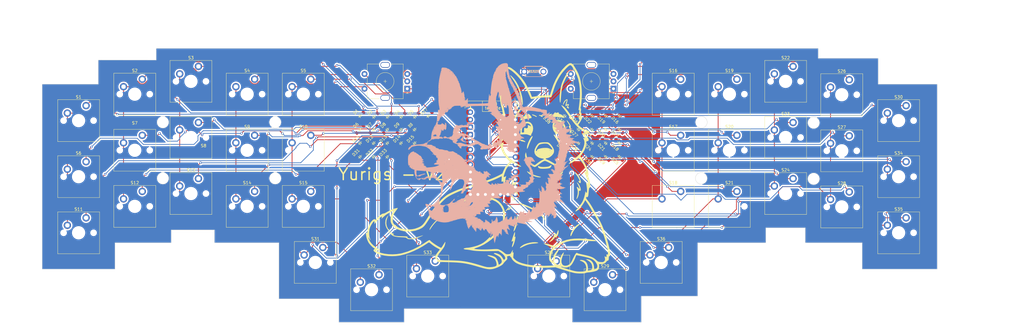
<source format=kicad_pcb>
(kicad_pcb (version 20221018) (generator pcbnew)
  (layers (0 "F.Cu" signal) (31 "B.Cu" signal) (34 "B.Paste" user) (35 "F.Paste" user) (36 "B.SilkS" user "B.Silkscreen") (37 "F.SilkS" user "F.Silkscreen") (38 "B.Mask" user) (39 "F.Mask" user) (44 "Edge.Cuts" user))
  (net 0 "")
  (net 1 "Row 0")
  (net 2 "Net-(D1-A)")
  (net 3 "Net-(D2-A)")
  (net 4 "Net-(D3-A)")
  (net 5 "Net-(D4-A)")
  (net 6 "Net-(D5-A)")
  (net 7 "Row 1")
  (net 8 "Net-(D6-A)")
  (net 9 "Net-(D7-A)")
  (net 10 "Net-(D8-A)")
  (net 11 "Net-(D9-A)")
  (net 12 "Net-(D10-A)")
  (net 13 "Row 2")
  (net 14 "Net-(D11-A)")
  (net 15 "Net-(D12-A)")
  (net 16 "Net-(D13-A)")
  (net 17 "Net-(D14-A)")
  (net 18 "Net-(D15-A)")
  (net 19 "Net-(D16-A)")
  (net 20 "Net-(D17-A)")
  (net 21 "Net-(D18-A)")
  (net 22 "Row 3")
  (net 23 "Net-(D31-A)")
  (net 24 "Net-(D32-A)")
  (net 25 "Net-(D33-A)")
  (net 26 "GND")
  (net 27 "Col 0")
  (net 28 "Col 1")
  (net 29 "Col 2")
  (net 30 "Col 3")
  (net 31 "Col 4")
  (net 32 "Pin F5")
  (net 33 "Pin F4")
  (net 34 "Pin F7")
  (net 35 "Pin F6")
  (net 36 "Reset")
  (net 41 "Net-(D19-A)")
  (net 43 "Net-(D20-A)")
  (net 44 "Net-(D21-A)")
  (net 46 "Net-(D22-A)")
  (net 47 "Net-(D23-A)")
  (net 48 "Net-(D24-A)")
  (net 49 "Net-(D25-A)")
  (net 50 "Net-(D26-A)")
  (net 51 "Net-(D27-A)")
  (net 52 "Net-(D28-A)")
  (net 53 "Net-(D29-A)")
  (net 54 "Net-(D30-A)")
  (net 55 "Net-(D34-A)")
  (net 56 "Net-(D35-A)")
  (net 57 "Net-(D36-A)")
  (net 58 "Net-(D37-A)")
  (net 59 "Net-(D38-A)")
  (net 60 "Col 5")
  (net 61 "Col 6")
  (net 62 "Col 7")
  (net 63 "Col 8")
  (net 64 "Col 9")
  (footprint "ScottoKeebs_MX:MX_PCB_1.00u" (layer "F.Cu") (at 64.36566 118.95066)
    (fp_text reference "S6")
    (fp_text value "Keyswitch")
  )
  (footprint "ScottoKeebs_Components:Diode_SOD-123" (layer "F.Cu") (at 247.69066 98.30066 135)
    (fp_text reference "D16")
    (fp_text value "Diode")
  )
  (footprint "ScottoKeebs_Components:Diode_SOD-123" (layer "F.Cu") (at 169.06566 102.92566 45)
    (fp_text reference "D8")
    (fp_text value "Diode")
  )
  (footprint "ScottoKeebs_MX:MX_PCB_1.00u" (layer "F.Cu") (at 323.14066 110.15566)
    (fp_text reference "S27")
    (fp_text value "Keyswitch")
  )
  (footprint "ScottoKeebs_MX:MX_PCB_1.00u" (layer "F.Cu") (at 102.46566 124.67566)
    (fp_text reference "S13")
    (fp_text value "Keyswitch")
  )
  (footprint "ScottoKeebs_Components:Diode_SOD-123" (layer "F.Cu") (at 164.44066 107.55066 45)
    (fp_text reference "D12")
    (fp_text value "Diode")
  )
  (footprint "ScottoKeebs_MX:MX_PCB_1.00u" (layer "F.Cu") (at 265.99066 90.92566)
    (fp_text reference "S16")
    (fp_text value "Keyswitch")
  )
  (footprint "ScottoKeebs_Components:Diode_SOD-123" (layer "F.Cu") (at 164.44066 102.92566 45)
    (fp_text reference "D7")
    (fp_text value "Diode")
  )
  (footprint "ScottoKeebs_Components:Diode_SOD-123" (layer "F.Cu") (at 159.81566 102.92566 45)
    (fp_text reference "D6")
    (fp_text value "Diode")
  )
  (footprint "ScottoKeebs_MX:MX_PCB_1.00u" (layer "F.Cu") (at 140.56566 129.02566)
    (fp_text reference "S15")
    (fp_text value "Keyswitch")
  )
  (footprint "ScottoKeebs_MX:MX_PCB_1.00u" (layer "F.Cu") (at 342.41566 138.00066)
    (fp_text reference "S35")
    (fp_text value "Keyswitch")
  )
  (footprint "ScottoKeebs_Components:Diode_SOD-123" (layer "F.Cu") (at 229.19066 102.92566 135)
    (fp_text reference "D34")
    (fp_text value "Diode")
  )
  (footprint "ScottoKeebs_MX:MX_PCB_1.00u" (layer "F.Cu") (at 342.41566 118.95066)
    (fp_text reference "S34")
    (fp_text value "Keyswitch")
  )
  (footprint "ScottoKeebs_MX:MX_PCB_1.00u" (layer "F.Cu") (at 223.81566 152.70066)
    (fp_text reference "S25")
    (fp_text value "Keyswitch")
  )
  (footprint "ScottoKeebs_Components:Diode_SOD-123" (layer "F.Cu") (at 182.94066 98.30066 45)
    (fp_text reference "D37")
    (fp_text value "Diode")
  )
  (footprint "ScottoKeebs_MX:MX_PCB_1.00u" (layer "F.Cu") (at 182.74066 152.70066)
    (fp_text reference "S33")
    (fp_text value "Keyswitch")
  )
  (footprint "ScottoKeebs_MX:MX_PCB_1.00u" (layer "F.Cu") (at 140.56566 109.97566)
    (fp_text reference "S10")
    (fp_text value "Keyswitch")
  )
  (footprint "ScottoKeebs_Components:Diode_SOD-123" (layer "F.Cu") (at 229.19066 98.30066 135)
    (fp_text reference "D30")
    (fp_text value "Diode")
  )
  (footprint "ScottoKeebs_Components:Diode_SOD-123" (layer "F.Cu") (at 243.06566 98.30066 135)
    (fp_text reference "D19")
    (fp_text value "Diode")
  )
  (footprint "ScottoKeebs_Components:Diode_SOD-123" (layer "F.Cu") (at 247.69066 102.92566 135)
    (fp_text reference "D17")
    (fp_text value "Diode")
  )
  (footprint "ScottoKeebs_Components:Diode_SOD-123" (layer "F.Cu") (at 159.81566 107.55066 45)
    (fp_text reference "D11")
    (fp_text value "Diode")
  )
  (footprint "ScottoKeebs_MX:MX_PCB_1.00u" (layer "F.Cu") (at 83.41566 129.02566)
    (fp_text reference "S12")
    (fp_text value "Keyswitch")
  )
  (footprint "ScottoKeebs_MX:MX_PCB_1.00u" (layer "F.Cu") (at 285.04066 129.02566)
    (fp_text reference "S21")
    (fp_text value "Keyswitch")
  )
  (footprint "ScottoKeebs_MX:MX_PCB_1.00u" (layer "F.Cu") (at 64.36566 138.00066)
    (fp_text reference "S11")
    (fp_text value "Keyswitch")
  )
  (footprint "ScottoKeebs_MX:MX_PCB_1.00u" (layer "F.Cu") (at 342.41566 99.90066)
    (fp_text reference "S30")
    (fp_text value "Keyswitch")
  )
  (footprint "ScottoKeebs_MX:MX_PCB_1.00u" (layer "F.Cu") (at 121.51566 109.97566)
    (fp_text reference "S9")
    (fp_text value "Keyswitch")
  )
  (footprint "ScottoKeebs_Components:Diode_SOD-123" (layer "F.Cu") (at 159.81566 98.30066 45)
    (fp_text reference "D1")
    (fp_text value "Diode")
  )
  (footprint "ScottoKeebs_MX:MX_PCB_1.00u" (layer "F.Cu") (at 121.51566 129.02566)
    (fp_text reference "S14")
    (fp_text value "Keyswitch")
  )
  (footprint "PCM_marbastlib-xp-promicroish:Elite-C_ACH" (layer "F.Cu") (at 204.84632 111.01632)
    (fp_text reference "U1")
    (fp_text value "Elite-C")
  )
  (footprint "Lily58_Pro-footprint:TACT_SWITCH_TVBP06" (layer "F.Cu") (at 218.72132 83.26632)
    (fp_text reference "SW4" hide)
    (fp_text value "SW_PUSH" hide)
  )
  (footprint "ScottoKeebs_Components:Diode_SOD-123" (layer "F.Cu") (at 229.19066 107.55066 135)
    (fp_text reference "D35")
    (fp_text value "Diode")
  )
  (footprint "ScottoKeebs_Components:Diode_SOD-123" (layer "F.Cu") (at 173.69066 102.92566 45)
    (fp_text reference "D9")
    (fp_text value "Diode")
  )
  (footprint "ScottoKeebs_Components:Diode_SOD-123" (layer "F.Cu") (at 178.31566 107.55066 45)
    (fp_text reference "D15")
    (fp_text value "Diode")
  )
  (footprint "ScottoKeebs_Components:Diode_SOD-123" (layer "F.Cu") (at 243.06566 112.17566 135)
    (fp_text reference "D29")
    (fp_text value "Diode")
  )
  (footprint "ScottoKeebs_Components:Diode_SOD-123" (layer "F.Cu") (at 178.440534 98.602132 45)
    (fp_text reference "D5")
    (fp_text value "Diode")
  )
  (footprint "Keebio-Parts:RotaryEncoder_EC11" (layer "F.Cu") (at 238.24066 86.57566 180)
    (fp_text reference "SW2")
    (fp_text value "RotaryEncoder_Switch")
  )
  (footprint "ScottoKeebs_MX:MX_PCB_1.00u" (layer "F.Cu") (at 323.14066 129.20566)
    (fp_text reference "S28")
    (fp_text value "Keyswitch")
  )
  (footprint "ScottoKeebs_Components:Diode_SOD-123" (layer "F.Cu") (at 173.69066 107.55066 45)
    (fp_text reference "D14")
    (fp_text value "Diode")
  )
  (footprint "ScottoKeebs_MX:MX_PCB_1.00u" (layer "F.Cu") (at 163.69066 157.32566)
    (fp_text reference "S32")
    (fp_text value "Keyswitch")
  )
  (footprint "ScottoKeebs_Components:Diode_SOD-123" (layer "F.Cu") (at 164.44066 112.17566 45)
    (fp_text reference "D32")
    (fp_text value "Diode")
  )
  (footprint "ScottoKeebs_MX:MX_PCB_1.00u" (layer "F.Cu") (at 285.04066 109.97566)
    (fp_text reference "S20")
    (fp_text value "Keyswitch")
  )
  (footprint "ScottoKeebs_Components:Diode_SOD-123" (layer "F.Cu") (at 224.56566 98.30066 135)
    (fp_text reference "D38")
    (fp_text value "Diode")
  )
  (footprint "ScottoKeebs_MX:MX_PCB_1.00u" (layer "F.Cu") (at 121.51566 90.92566)
    (fp_text reference "S4")
    (fp_text value "Keyswitch")
  )
  (footprint "ScottoKeebs_MX:MX_PCB_1.00u" (layer "F.Cu") (at 242.86566 157.32566)
    (fp_text reference "S29")
    (fp_text value "Keyswitch")
  )
  (footprint "ScottoKeebs_MX:MX_PCB_1.00u" (layer "F.Cu") (at 144.64066 148.07566)
    (fp_text reference "S31")
    (fp_text value "Keyswitch")
  )
  (footprint "ScottoKeebs_MX:MX_PCB_1.00u" (layer "F.Cu") (at 323.14066 91.10566)
    (fp_text reference "S26")
    (fp_text value "Keyswitch")
  )
  (footprint "ScottoKeebs_Components:Diode_SOD-123" (layer "F.Cu") (at 238.44066 102.92566 135)
    (fp_text reference "D23")
    (fp_text value "Diode")
  )
  (footprint "ScottoKeebs_MX:MX_PCB_1.00u" (layer "F.Cu") (at 83.41566 90.92566)
    (fp_text reference "S2")
    (fp_text value "Keyswitch")
  )
  (footprint "ScottoKeebs_MX:MX_PCB_1.00u" (layer "F.Cu") (at 285.04066 90.92566)
    (fp_text reference "S19")
    (fp_text value "Keyswitch")
  )
  (footprint "ScottoKeebs_Components:Diode_SOD-123" (layer "F.Cu") (at 247.69066 112.17566 135)
    (fp_text reference "D25")
    (fp_text value "Diode")
  )
  (footprint "ScottoKeebs_Components:Diode_SOD-123" (layer "F.Cu") (at 233.81566 98.30066 135)
    (fp_text reference "D26")
    (fp_text value "Diode")
  )
  (footprint "ScottoKeebs_Components:Diode_SOD-123" (layer "F.Cu") (at 233.81566 107.55066 135)
    (fp_text reference "D28")
    (fp_text value "Diode")
  )
  (footprint "ScottoKeebs_Components:Diode_SOD-123" (layer "F.Cu") (at 169.06566 112.17566 45)
    (fp_text reference "D33")
    (fp_text value "Diode")
  )
  (footprint "ScottoKeebs_Components:Diode_SOD-123" (layer "F.Cu") (at 169.06566 107.55066 45)
    (fp_text reference "D13")
    (fp_text value "Diode")
  )
  (footprint "ScottoKeebs_Components:Diode_SOD-123" (layer "F.Cu") (at 247.69066 107.55066 135)
    (fp_text reference "D18")
    (fp_text value "Diode")
  )
  (footprint "ScottoKeebs_MX:MX_PCB_1.00u" (layer "F.Cu") (at 140.56566 90.92566)
    (fp_text reference "S5")
    (fp_text value "Keyswitch")
  )
  (footprint "ScottoKeebs_Components:Diode_SOD-123" (layer "F.Cu") (at 243.06566 107.55066 135)
    (fp_text reference "D21")
    (fp_text value "Diode")
  )
  (footprint "ScottoKeebs_Components:Diode_SOD-123" (layer "F.Cu") (at 238.44066 112.17566 135)
    (fp_text reference "D36")
    (fp_text value "Diode")
  )
  (footprint "ScottoKeebs_Components:Diode_SOD-123" (layer "F.Cu") (at 173.815534 98.602132 45)
    (fp_text reference "D4")
    (fp_text value "Diode")
  )
  (footprint "ScottoKeebs_Components:Diode_SOD-123" (layer "F.Cu") (at 169.190534 98.602132 45)
    (fp_text reference "D3")
    (fp_text value "Diode")
  )
  (footprint "ScottoKeebs_Components:Diode_SOD-123" (layer "F.Cu") (at 178.31566 102.92566 45)
    (fp_text reference "D10")
    (fp_text value "Diode")
  )
  (footprint "ScottoKeebs_MX:MX_PCB_1.00u" (layer "F.Cu") (at 304.09066 124.67566)
    (fp_text reference "S24")
    (fp_text value "Keyswitch")
  )
  (footprint "graphics:gsd" (layer "F.Cu") (at 203.11466 116.05066)
    (fp_text reference "G***" hide)
    (fp_text value "LOGO" hide)
  )
  (footprint "ScottoKeebs_Components:Diode_SOD-123" (layer "F.Cu") (at 238.44066 98.30066 135)
    (fp_text reference "D22")
    (fp_text value "Diode")
  )
  (footprint "ScottoKeebs_MX:MX_PCB_1.00u" (layer "F.Cu") (at 102.46566 86.57566)
    (fp_text reference "S3")
    (fp_text value "Keyswitch")
  )
  (footprint "ScottoKeebs_Components:Diode_SOD-123" (layer "F.Cu") (at 159.81566 112.17566 45)
    (fp_text reference "D31")
    (fp_text value "Diode")
  )
  (footprint "ScottoKeebs_Components:Diode_SOD-123" (layer "F.Cu") (at 238.44066 107.55066 135)
    (fp_text reference "D24")
    (fp_text value "Diode")
  )
  (footprint "ScottoKeebs_MX:MX_PCB_1.00u" (layer "F.Cu") (at 261.91566 148.07566)
    (fp_text reference "S36")
    (fp_text value "Keyswitch")
  )
  (footprint "ScottoKeebs_MX:MX_PCB_1.00u" (layer "F.Cu") (at 64.36566 99.90066)
    (fp_text reference "S1")
    (fp_text value "Keyswitch")
  )
  (footprint "ScottoKeebs_Components:Diode_SOD-123" (layer "F.Cu") (at 233.81566 102.92566 135)
    (fp_text reference "D27")
    (fp_text value "Diode")
  )
  (footprint "ScottoKeebs_Components:Diode_SOD-123" (layer "F.Cu") (at 243.06566 102.92566 135)
    (fp_text reference "D20")
    (fp_text value "Diode")
  )
  (footprint "ScottoKeebs_Components:Diode_SOD-123" (layer "F.Cu") (at 164.565534 98.602132 45)
    (fp_text reference "D2")
    (fp_text value "Diode")
  )
  (footprint "ScottoKeebs_MX:MX_PCB_1.00u" (layer "F.Cu") (at 83.41566 109.97566)
    (fp_text reference "S7")
    (fp_text value "Keyswitch")
  )
  (footprint "ScottoKeebs_MX:MX_PCB_1.00u" (layer "F.Cu") (at 304.09066 105.62566)
    (fp_text reference "S23")
    (fp_text value "Keyswitch")
  )
  (footprint "ScottoKeebs_MX:MX_PCB_1.00u" (layer "F.Cu") (at 265.99066 109.97566)
    (fp_text reference "S17")
    (fp_text value "Keyswitch")
  )
  (footprint "Keebio-Parts:RotaryEncoder_EC11" (layer "F.Cu") (at 168.31566 86.57566 180)
    (fp_text reference "SW1")
    (fp_text value "RotaryEncoder_Switch")
  )
  (footprint "ScottoKeebs_MX:MX_PCB_1.00u" (layer "F.Cu") (at 265.99066 129.02566)
    (fp_text reference "S18")
    (fp_text value "Keyswitch")
  )
  (footprint "ScottoKeebs_MX:MX_PCB_1.00u" (layer "F.Cu") (at 102.46566 105.62566)
    (fp_text reference "S8")
    (fp_text value "Keyswitch")
  )
  (footprint "ScottoKeebs_MX:MX_PCB_1.00u" (layer "F.Cu") (at 304.09066 86.57566)
    (fp_text reference "S22")
    (fp_text value "Keyswitch")
  )
  (footprint "graphics:growling-gsd" (layer "B.Cu") (at 204.84632 111.01632 180)
    (fp_text reference "G***" hide)
    (fp_text value "LOGO" hide)
  )
  (gr_line (start 71.08566 79.32566) (end 71.08566 87.57066) (stroke (width 0.1)) (layer "Edge.Cuts"))
  (gr_line (start 335.47066 78.77566) (end 315.13966 78.77566) (stroke (width 0.1)) (layer "Edge.Cuts"))
  (gr_line (start 52.03566 87.57066) (end 52.03566 150.33066) (stroke (width 0.1)) (layer "Edge.Cuts"))
  (gr_line (start 132.31066 141.35566) (end 132.31066 160.40566) (stroke (width 0.1)) (layer "Edge.Cuts"))
  (gr_circle (center 275.51566 100.45066) (end 277.51566 100.45066) (stroke (width 0.1)) (fill none) (layer "Edge.Cuts"))
  (gr_circle (center 92.94066 100.45066) (end 94.94066 100.45066) (stroke (width 0.1)) (fill none) (layer "Edge.Cuts"))
  (gr_line (start 95.74566 137.00566) (end 110.45566 137.00566) (stroke (width 0.1)) (layer "Edge.Cuts"))
  (gr_line (start 52.03566 150.33066) (end 76.69566 150.33066) (stroke (width 0.1)) (layer "Edge.Cuts"))
  (gr_line (start 174.73966 163.74966) (end 193.78966 163.74966) (stroke (width 0.1)) (layer "Edge.Cuts"))
  (gr_line (start 330.08566 150.33066) (end 355.48566 150.33066) (stroke (width 0.1)) (layer "Edge.Cuts"))
  (gr_line (start 274.24566 159.49566) (end 274.24566 141.35566) (stroke (width 0.1)) (layer "Edge.Cuts"))
  (gr_line (start 231.81666 168.37466) (end 255.18466 168.37466) (stroke (width 0.1)) (layer "Edge.Cuts"))
  (gr_line (start 315.13966 78.77566) (end 315.13966 75.39966) (stroke (width 0.1)) (layer "Edge.Cuts"))
  (gr_circle (center 313.61566 119.68066) (end 315.61566 119.68066) (stroke (width 0.1)) (fill none) (layer "Edge.Cuts"))
  (gr_circle (center 313.61566 100.63066) (end 315.61566 100.63066) (stroke (width 0.1)) (fill none) (layer "Edge.Cuts"))
  (gr_line (start 110.45566 141.35566) (end 132.31066 141.35566) (stroke (width 0.1)) (layer "Edge.Cuts"))
  (gr_line (start 174.73966 168.37466) (end 174.73966 163.74966) (stroke (width 0.1)) (layer "Edge.Cuts"))
  (gr_line (start 231.81666 163.74966) (end 231.81666 168.37466) (stroke (width 0.1)) (layer "Edge.Cuts"))
  (gr_line (start 52.03566 87.57066) (end 52.03566 87.57066) (stroke (width 0.1)) (layer "Edge.Cuts"))
  (gr_line (start 76.69566 141.35566) (end 95.74566 141.35566) (stroke (width 0.1)) (layer "Edge.Cuts"))
  (gr_line (start 310.81066 136.27566) (end 310.81066 141.35566) (stroke (width 0.1)) (layer "Edge.Cuts"))
  (gr_circle (center 275.51566 119.50066) (end 277.51566 119.50066) (stroke (width 0.1)) (fill none) (layer "Edge.Cuts"))
  (gr_line (start 90.73066 79.33666) (end 71.08566 79.32566) (stroke (width 0.1)) (layer "Edge.Cuts"))
  (gr_line (start 132.31066 160.40566) (end 152.64166 160.40566) (stroke (width 0.1)) (layer "Edge.Cuts"))
  (gr_circle (center 92.94066 119.50066) (end 94.94066 119.50066) (stroke (width 0.1)) (fill none) (layer "Edge.Cuts"))
  (gr_line (start 297.37066 136.27566) (end 310.81066 136.27566) (stroke (width 0.1)) (layer "Edge.Cuts"))
  (gr_line (start 193.78966 163.74966) (end 231.81666 163.74966) (stroke (width 0.1)) (layer "Edge.Cuts"))
  (gr_line (start 330.08566 141.35566) (end 330.08566 150.33066) (stroke (width 0.1)) (layer "Edge.Cuts"))
  (gr_circle (center 131.04066 119.50066) (end 133.04066 119.50066) (stroke (width 0.1)) (fill none) (layer "Edge.Cuts"))
  (gr_circle (center 131.04066 100.45066) (end 133.04066 100.45066) (stroke (width 0.1)) (fill none) (layer "Edge.Cuts"))
  (gr_line (start 95.74566 141.35566) (end 95.74566 137.00566) (stroke (width 0.1)) (layer "Edge.Cuts"))
  (gr_line (start 274.24566 141.35566) (end 297.37066 141.35566) (stroke (width 0.1)) (layer "Edge.Cuts"))
  (gr_line (start 255.18466 168.37466) (end 255.18466 159.49566) (stroke (width 0.1)) (layer "Edge.Cuts"))
  (gr_line (start 315.13966 75.39966) (end 90.73066 75.39966) (stroke (width 0.1)) (layer "Edge.Cuts"))
  (gr_line (start 76.69566 150.33066) (end 76.69566 141.35566) (stroke (width 0.1)) (layer "Edge.Cuts"))
  (gr_line (start 71.08566 87.57066) (end 52.03566 87.57066) (stroke (width 0.1)) (layer "Edge.Cuts"))
  (gr_line (start 255.18466 159.49566) (end 274.24566 159.49566) (stroke (width 0.1)) (layer "Edge.Cuts"))
  (gr_line (start 355.48566 87.57066) (end 335.47066 87.57066) (stroke (width 0.1)) (layer "Edge.Cuts"))
  (gr_line (start 152.64166 168.37466) (end 174.73966 168.37466) (stroke (width 0.1)) (layer "Edge.Cuts"))
  (gr_line (start 335.47066 87.57066) (end 335.47066 78.77566) (stroke (width 0.1)) (layer "Edge.Cuts"))
  (gr_line (start 297.37066 141.35566) (end 297.37066 136.27566) (stroke (width 0.1)) (layer "Edge.Cuts"))
  (gr_line (start 310.81066 141.35566) (end 330.08566 141.35566) (stroke (width 0.1)) (layer "Edge.Cuts"))
  (gr_line (start 110.45566 137.00566) (end 110.45566 141.35566) (stroke (width 0.1)) (layer "Edge.Cuts"))
  (gr_line (start 90.73066 79.33666) (end 90.73066 75.39966) (stroke (width 0.1)) (layer "Edge.Cuts"))
  (gr_line (start 152.64166 168.37466) (end 152.64166 160.40566) (stroke (width 0.1)) (layer "Edge.Cuts"))
  (gr_line (start 355.48566 150.33066) (end 355.48566 87.57066) (stroke (width 0.1)) (layer "Edge.Cuts"))
  (gr_text "Yurigs - V2" (at 152.07166 120.44266) (layer "F.SilkS") (effects (font (size 4 4) (thickness 0.5)) (justify left bottom)))
  (segment (start 177.273808 99.768858) (end 181.472462 99.768858) (width 0.25) (layer "F.Cu") (net 1))
  (segment (start 197.733732 111.06132) (end 199.76632 113.093908) (width 0.25) (layer "F.Cu") (net 1))
  (segment (start 163.398808 99.768858) (end 168.023808 99.768858) (width 0.25) (layer "F.Cu") (net 1))
  (segment (start 163.097336 99.467386) (end 163.398808 99.768858) (width 0.25) (layer "F.Cu") (net 1))
  (segment (start 230.357386 99.467386) (end 225.732386 99.467386) (width 0.25) (layer "F.Cu") (net 1))
  (segment (start 248.857386 99.467386) (end 244.232386 99.467386) (width 0.25) (layer "F.Cu") (net 1))
  (segment (start 181.472462 99.768858) (end 181.773934 99.467386) (width 0.25) (layer "F.Cu") (net 1))
  (segment (start 244.232386 99.467386) (end 239.607386 99.467386) (width 0.25) (layer "F.Cu") (net 1))
  (segment (start 158.648934 99.467386) (end 163.097336 99.467386) (width 0.25) (layer "F.Cu") (net 1))
  (segment (start 168.023808 99.768858) (end 172.648808 99.768858) (width 0.25) (layer "F.Cu") (net 1))
  (segment (start 224.388452 100.81132) (end 210.905 100.81132) (width 0.25) (layer "F.Cu") (net 1))
  (segment (start 225.732386 99.467386) (end 224.388452 100.81132) (width 0.25) (layer "F.Cu") (net 1))
  (segment (start 210.905 100.81132) (end 199.76632 111.95) (width 0.25) (layer "F.Cu") (net 1))
  (segment (start 181.773934 99.467386) (end 193.367868 111.06132) (width 0.25) (layer "F.Cu") (net 1))
  (segment (start 172.648808 99.768858) (end 177.273808 99.768858) (width 0.25) (layer "F.Cu") (net 1))
  (segment (start 193.367868 111.06132) (end 197.733732 111.06132) (width 0.25) (layer "F.Cu") (net 1))
  (segment (start 234.982386 99.467386) (end 230.357386 99.467386) (width 0.25) (layer "F.Cu") (net 1))
  (segment (start 199.76632 111.95) (end 199.76632 124.98632) (width 0.25) (layer "F.Cu") (net 1))
  (segment (start 239.607386 99.467386) (end 234.982386 99.467386) (width 0.25) (layer "F.Cu") (net 1))
  (segment (start 199.76632 113.093908) (end 199.76632 124.98632) (width 0.25) (layer "F.Cu") (net 1))
  (segment (start 142.453273 87.42066) (end 150.780111 87.42066) (width 0.25) (layer "F.Cu") (net 2))
  (segment (start 121.175886 85.193273) (end 123.403273 87.42066) (width 0.25) (layer "F.Cu") (net 2))
  (segment (start 75.228273 86.498047) (end 84.38066 86.498047) (width 0.25) (layer "F.Cu") (net 2))
  (segment (start 91.88066 82.148047) (end 103.43066 82.148047) (width 0.25) (layer "F.Cu") (net 2))
  (segment (start 106.475886 85.193273) (end 121.175886 85.193273) (width 0.25) (layer "F.Cu") (net 2))
  (segment (start 85.303273 87.42066) (end 86.608047 87.42066) (width 0.25) (layer "F.Cu") (net 2))
  (segment (start 66.90566 94.82066) (end 75.228273 86.498047) (width 0.25) (layer "F.Cu") (net 2))
  (segment (start 86.608047 87.42066) (end 91.88066 82.148047) (width 0.25) (layer "F.Cu") (net 2))
  (segment (start 150.780111 87.42066) (end 151.630611 86.57016) (width 0.25) (layer "F.Cu") (net 2))
  (segment (start 160.880611 95.335709) (end 160.880611 97.032159) (width 0.25) (layer "F.Cu") (net 2))
  (segment (start 124.708047 87.42066) (end 125.63066 86.498047) (width 0.25) (layer "F.Cu") (net 2))
  (segment (start 141.53066 86.498047) (end 142.453273 87.42066) (width 0.25) (layer "F.Cu") (net 2))
  (segment (start 160.880611 97.032159) (end 160.982386 97.133934) (width 0.25) (layer "F.Cu") (net 2))
  (segment (start 84.38066 86.498047) (end 85.303273 87.42066) (width 0.25) (layer "F.Cu") (net 2))
  (segment (start 103.43066 82.148047) (end 106.475886 85.193273) (width 0.25) (layer "F.Cu") (net 2))
  (segment (start 125.63066 86.498047) (end 141.53066 86.498047) (width 0.25) (layer "F.Cu") (net 2))
  (segment (start 123.403273 87.42066) (end 124.708047 87.42066) (width 0.25) (layer "F.Cu") (net 2))
  (via (at 160.880611 95.335709) (size 0.8) (drill 0.4) (layers "F.Cu" "B.Cu") (net 2))
  (via (at 151.630611 86.57016) (size 0.8) (drill 0.4) (layers "F.Cu" "B.Cu") (net 2))
  (segment (start 151.630611 86.57016) (end 152.115062 86.57016) (width 0.25) (layer "B.Cu") (net 2))
  (segment (start 152.115062 86.57016) (end 160.880611 95.335709) (width 0.25) (layer "B.Cu") (net 2))
  (segment (start 91.88066 79.92066) (end 146.49016 79.92066) (width 0.25) (layer "F.Cu") (net 3))
  (segment (start 146.49016 79.92066) (end 147.34066 80.77116) (width 0.25) (layer "F.Cu") (net 3))
  (segment (start 165.553223 97.256369) (end 165.73226 97.435406) (width 0.25) (layer "F.Cu") (net 3))
  (segment (start 85.95566 85.84566) (end 91.88066 79.92066) (width 0.25) (layer "F.Cu") (net 3))
  (segment (start 165.553223 95.72516) (end 165.553223 97.256369) (width 0.25) (layer "F.Cu") (net 3))
  (via (at 147.34066 80.77116) (size 0.8) (drill 0.4) (layers "F.Cu" "B.Cu") (net 3))
  (via (at 165.553223 95.72516) (size 0.8) (drill 0.4) (layers "F.Cu" "B.Cu") (net 3))
  (segment (start 162.29466 95.72516) (end 165.553223 95.72516) (width 0.25) (layer "B.Cu") (net 3))
  (segment (start 147.34066 80.77116) (end 162.29466 95.72516) (width 0.25) (layer "B.Cu") (net 3))
  (segment (start 170.46566 94.27616) (end 170.46566 97.327006) (width 0.25) (layer "F.Cu") (net 4))
  (segment (start 170.46566 97.327006) (end 170.35726 97.435406) (width 0.25) (layer "F.Cu") (net 4))
  (segment (start 105.00566 81.49566) (end 151.59566 81.49566) (width 0.25) (layer "F.Cu") (net 4))
  (segment (start 151.59566 81.49566) (end 151.96566 81.12566) (width 0.25) (layer "F.Cu") (net 4))
  (via (at 151.96566 81.12566) (size 0.8) (drill 0.4) (layers "F.Cu" "B.Cu") (net 4))
  (via (at 170.46566 94.27616) (size 0.8) (drill 0.4) (layers "F.Cu" "B.Cu") (net 4))
  (segment (start 166.364493 87.75066) (end 170.46566 91.851827) (width 0.25) (layer "B.Cu") (net 4))
  (segment (start 170.46566 91.851827) (end 170.46566 94.27616) (width 0.25) (layer "B.Cu") (net 4))
  (segment (start 159.615965 87.75066) (end 166.364493 87.75066) (width 0.25) (layer "B.Cu") (net 4))
  (segment (start 152.990965 81.12566) (end 159.615965 87.75066) (width 0.25) (layer "B.Cu") (net 4))
  (segment (start 151.96566 81.12566) (end 152.990965 81.12566) (width 0.25) (layer "B.Cu") (net 4))
  (segment (start 158.384493 84.27066) (end 164.964493 90.85066) (width 0.25) (layer "F.Cu") (net 5))
  (segment (start 169.464493 90.85066) (end 174.98226 96.368427) (width 0.25) (layer "F.Cu") (net 5))
  (segment (start 164.964493 90.85066) (end 169.464493 90.85066) (width 0.25) (layer "F.Cu") (net 5))
  (segment (start 125.63066 84.27066) (end 158.384493 84.27066) (width 0.25) (layer "F.Cu") (net 5))
  (segment (start 174.98226 96.368427) (end 174.98226 97.435406) (width 0.25) (layer "F.Cu") (net 5))
  (segment (start 124.05566 85.84566) (end 125.63066 84.27066) (width 0.25) (layer "F.Cu") (net 5))
  (segment (start 156.49566 85.84566) (end 156.59066 85.75066) (width 0.25) (layer "F.Cu") (net 6))
  (segment (start 179.71566 97.327006) (end 179.60726 97.435406) (width 0.25) (layer "F.Cu") (net 6))
  (segment (start 179.71566 95.00066) (end 179.71566 97.327006) (width 0.25) (layer "F.Cu") (net 6))
  (segment (start 143.10566 85.84566) (end 156.49566 85.84566) (width 0.25) (layer "F.Cu") (net 6))
  (via (at 179.71566 95.00066) (size 0.8) (drill 0.4) (layers "F.Cu" "B.Cu") (net 6))
  (via (at 156.59066 85.75066) (size 0.8) (drill 0.4) (layers "F.Cu" "B.Cu") (net 6))
  (segment (start 156.59066 85.75066) (end 156.59066 86.224493) (width 0.25) (layer "B.Cu") (net 6))
  (segment (start 156.59066 86.224493) (end 165.366827 95.00066) (width 0.25) (layer "B.Cu") (net 6))
  (segment (start 165.366827 95.00066) (end 179.71566 95.00066) (width 0.25) (layer "B.Cu") (net 6))
  (segment (start 215.297336 108.52132) (end 207.82 108.52132) (width 0.25) (layer "F.Cu") (net 7))
  (segment (start 248.857386 104.092386) (end 230.357386 104.092386) (width 0.25) (layer "F.Cu") (net 7))
  (segment (start 158.648934 104.092386) (end 163.273934 104.092386) (width 0.25) (layer "F.Cu") (net 7))
  (segment (start 163.273934 104.092386) (end 167.898934 104.092386) (width 0.25) (layer "F.Cu") (net 7))
  (segment (start 184.79637 104.092386) (end 194.305304 113.60132) (width 0.25) (layer "F.Cu") (net 7))
  (segment (start 172.523934 104.092386) (end 177.148934 104.092386) (width 0.25) (layer "F.Cu") (net 7))
  (segment (start 167.898934 104.092386) (end 172.523934 104.092386) (width 0.25) (layer "F.Cu") (net 7))
  (segment (start 177.148934 104.092386) (end 184.79637 104.092386) (width 0.25) (layer "F.Cu") (net 7))
  (segment (start 200.537336 128.36132) (end 202.30632 126.592336) (width 0.25) (layer "F.Cu") (net 7))
  (segment (start 202.30632 114.035) (end 202.30632 124.98632) (width 0.25) (layer "F.Cu") (net 7))
  (segment (start 198.45132 114.318908) (end 198.45132 127.817336) (width 0.25) (layer "F.Cu") (net 7))
  (segment (start 219.72627 104.092386) (end 215.297336 108.52132) (width 0.25) (layer "F.Cu") (net 7))
  (segment (start 207.82 108.52132) (end 202.30632 114.035) (width 0.25) (layer "F.Cu") (net 7))
  (segment (start 194.305304 113.60132) (end 197.733732 113.60132) (width 0.25) (layer "F.Cu") (net 7))
  (segment (start 198.995304 128.36132) (end 200.537336 128.36132) (width 0.25) (layer "F.Cu") (net 7))
  (segment (start 202.30632 126.592336) (end 202.30632 124.98632) (width 0.25) (layer "F.Cu") (net 7))
  (segment (start 198.45132 127.817336) (end 198.995304 128.36132) (width 0.25) (layer "F.Cu") (net 7))
  (segment (start 197.733732 113.60132) (end 198.45132 114.318908) (width 0.25) (layer "F.Cu") (net 7))
  (segment (start 230.357386 104.092386) (end 219.72627 104.092386) (width 0.25) (layer "F.Cu") (net 7))
  (segment (start 68.71566 108.87566) (end 66.90566 110.68566) (width 0.25) (layer "F.Cu") (net 8))
  (segment (start 140.582386 101.758934) (end 138.09066 104.25066) (width 0.25) (layer "F.Cu") (net 8))
  (segment (start 160.982386 101.758934) (end 140.582386 101.758934) (width 0.25) (layer "F.Cu") (net 8))
  (segment (start 66.90566 110.68566) (end 66.90566 113.87066) (width 0.25) (layer "F.Cu") (net 8))
  (via (at 68.71566 108.87566) (size 0.8) (drill 0.4) (layers "F.Cu" "B.Cu") (net 8))
  (via (at 138.09066 104.25066) (size 0.8) (drill 0.4) (layers "F.Cu" "B.Cu") (net 8))
  (segment (start 71.73066 105.86066) (end 68.71566 108.87566) (width 0.25) (layer "B.Cu") (net 8))
  (segment (start 104.84066 106.609417) (end 103.449417 108.00066) (width 0.25) (layer "B.Cu") (net 8))
  (segment (start 138.09066 104.25066) (end 137.16066 103.32066) (width 0.25) (layer "B.Cu") (net 8))
  (segment (start 103.449417 108.00066) (end 86.34066 108.00066) (width 0.25) (layer "B.Cu") (net 8))
  (segment (start 106.64566 103.32066) (end 104.84066 105.12566) (width 0.25) (layer "B.Cu") (net 8))
  (segment (start 84.20066 105.86066) (end 71.73066 105.86066) (width 0.25) (layer "B.Cu") (net 8))
  (segment (start 137.16066 103.32066) (end 106.64566 103.32066) (width 0.25) (layer "B.Cu") (net 8))
  (segment (start 86.34066 108.00066) (end 84.20066 105.86066) (width 0.25) (layer "B.Cu") (net 8))
  (segment (start 104.84066 105.12566) (end 104.84066 106.609417) (width 0.25) (layer "B.Cu") (net 8))
  (segment (start 133.46566 104.25066) (end 132.53566 103.32066) (width 0.25) (layer "F.Cu") (net 9))
  (segment (start 104.71566 103.25066) (end 101.0937 103.25066) (width 0.25) (layer "F.Cu") (net 9))
  (segment (start 91.19566 104.89566) (end 85.95566 104.89566) (width 0.25) (layer "F.Cu") (net 9))
  (segment (start 106.22796 104.76296) (end 104.71566 103.25066) (width 0.25) (layer "F.Cu") (net 9))
  (segment (start 91.84066 104.25066) (end 91.19566 104.89566) (width 0.25) (layer "F.Cu") (net 9))
  (segment (start 132.53566 103.32066) (end 120.52066 103.32066) (width 0.25) (layer "F.Cu") (net 9))
  (segment (start 101.0937 103.25066) (end 100.59218 103.75218) (width 0.25) (layer "F.Cu") (net 9))
  (segment (start 164.633122 102.733198) (end 140.632722 102.733198) (width 0.25) (layer "F.Cu") (net 9))
  (segment (start 165.607386 101.758934) (end 164.633122 102.733198) (width 0.25) (layer "F.Cu") (net 9))
  (segment (start 140.632722 102.733198) (end 140.43862 102.9273) (width 0.25) (layer "F.Cu") (net 9))
  (segment (start 120.52066 103.32066) (end 119.59066 104.25066) (width 0.25) (layer "F.Cu") (net 9))
  (via (at 106.22796 104.76296) (size 0.8) (drill 0.4) (layers "F.Cu" "B.Cu") (net 9))
  (via (at 133.46566 104.25066) (size 0.8) (drill 0.4) (layers "F.Cu" "B.Cu") (net 9))
  (via (at 140.43862 102.9273) (size 0.8) (drill 0.4) (layers "F.Cu" "B.Cu") (net 9))
  (via (at 100.59218 103.75218) (size 0.8) (drill 0.4) (layers "F.Cu" "B.Cu") (net 9))
  (via (at 119.59066 104.25066) (size 0.8) (drill 0.4) (layers "F.Cu" "B.Cu") (net 9))
  (via (at 91.84066 104.25066) (size 0.8) (drill 0.4) (layers "F.Cu" "B.Cu") (net 9))
  (segment (start 98.63566 106.143427) (end 97.903427 106.87566) (width 0.25) (layer "B.Cu") (net 9))
  (segment (start 106.74026 104.25066) (end 106.22796 104.76296) (width 0.25) (layer "B.Cu") (net 9))
  (segment (start 134.19066 104.97566) (end 133.46566 104.25066) (width 0.25) (layer "B.Cu") (net 9))
  (segment (start 140.43862 102.9273) (end 138.39026 104.97566) (width 0.25) (layer "B.Cu") (net 9))
  (segment (start 119.59066 104.25066) (end 106.74026 104.25066) (width 0.25) (layer "B.Cu") (net 9))
  (segment (start 97.903427 106.87566) (end 94.46566 106.87566) (width 0.25) (layer "B.Cu") (net 9))
  (segment (start 94.46566 106.87566) (end 91.84066 104.25066) (width 0.25) (layer "B.Cu") (net 9))
  (segment (start 100.59218 103.75218) (end 98.63566 105.7087) (width 0.25) (layer "B.Cu") (net 9))
  (segment (start 138.39026 104.97566) (end 134.19066 104.97566) (width 0.25) (layer "B.Cu") (net 9))
  (segment (start 98.63566 105.7087) (end 98.63566 106.143427) (width 0.25) (layer "B.Cu") (net 9))
  (segment (start 110.34066 99.62566) (end 109.42066 100.54566) (width 0.25) (layer "F.Cu") (net 10))
  (segment (start 170.232386 101.758934) (end 167.05103 101.758934) (width 0.25) (layer "F.Cu") (net 10))
  (segment (start 167.05103 101.758934) (end 165.911583 100.619487) (width 0.25) (layer "F.Cu") (net 10))
  (segment (start 109.42066 100.54566) (end 105.00566 100.54566) (width 0.25) (layer "F.Cu") (net 10))
  (via (at 165.911583 100.619487) (size 0.8) (drill 0.4) (layers "F.Cu" "B.Cu") (net 10))
  (via (at 110.34066 99.62566) (size 0.8) (drill 0.4) (layers "F.Cu" "B.Cu") (net 10))
  (segment (start 138.015416 102.2023) (end 137.347056 102.87066) (width 0.25) (layer "B.Cu") (net 10))
  (segment (start 165.911583 100.619487) (end 163.18041 103.35066) (width 0.25) (layer "B.Cu") (net 10))
  (segment (start 162.03205 102.2023) (end 138.015416 102.2023) (width 0.25) (layer "B.Cu") (net 10))
  (segment (start 163.18041 103.35066) (end 162.03205 102.2023) (width 0.25) (layer "B.Cu") (net 10))
  (segment (start 113.58566 102.87066) (end 110.34066 99.62566) (width 0.25) (layer "B.Cu") (net 10))
  (segment (start 137.347056 102.87066) (end 113.58566 102.87066) (width 0.25) (layer "B.Cu") (net 10))
  (segment (start 140.425205 104.97566) (end 139.414858 104.97566) (width 0.25) (layer "F.Cu") (net 11))
  (segment (start 166.090424 103.118122) (end 165.84066 103.367886) (width 0.25) (layer "F.Cu") (net 11))
  (segment (start 140.425205 104.97566) (end 142.080205 103.32066) (width 0.25) (layer "F.Cu") (net 11))
  (segment (start 128.19566 104.89566) (end 124.05566 104.89566) (width 0.25) (layer "F.Cu") (net 11))
  (segment (start 128.84066 104.25066) (end 128.19566 104.89566) (width 0.25) (layer "F.Cu") (net 11))
  (segment (start 157.11066 103.32066) (end 157.31616 103.52616) (width 0.25) (layer "F.Cu") (net 11))
  (segment (start 139.414858 104.97566) (end 139.375637 105.014881) (width 0.25) (layer "F.Cu") (net 11))
  (segment (start 174.857386 101.758934) (end 173.498198 103.118122) (width 0.25) (layer "F.Cu") (net 11))
  (segment (start 157.31616 103.52616) (end 157.427444 103.52616) (width 0.25) (layer "F.Cu") (net 11))
  (segment (start 142.080205 103.32066) (end 157.11066 103.32066) (width 0.25) (layer "F.Cu") (net 11))
  (segment (start 173.498198 103.118122) (end 166.090424 103.118122) (width 0.25) (layer "F.Cu") (net 11))
  (via (at 139.375637 105.014881) (size 0.8) (drill 0.4) (layers "F.Cu" "B.Cu") (net 11))
  (via (at 128.84066 104.25066) (size 0.8) (drill 0.4) (layers "F.Cu" "B.Cu") (net 11))
  (via (at 157.427444 103.52616) (size 0.8) (drill 0.4) (layers "F.Cu" "B.Cu") (net 11))
  (via (at 165.84066 103.367886) (size 0.8) (drill 0.4) (layers "F.Cu" "B.Cu") (net 11))
  (segment (start 139.375637 105.014881) (end 138.964858 105.42566) (width 0.25) (layer "B.Cu") (net 11))
  (segment (start 130.01566 105.42566) (end 128.84066 104.25066) (width 0.25) (layer "B.Cu") (net 11))
  (segment (start 138.964858 105.42566) (end 130.01566 105.42566) (width 0.25) (layer "B.Cu") (net 11))
  (segment (start 165.84066 103.367886) (end 165.793434 103.32066) (width 0.25) (layer "B.Cu") (net 11))
  (segment (start 157.59066 103.80066) (end 165.407886 103.80066) (width 0.25) (layer "B.Cu") (net 11))
  (segment (start 165.407886 103.80066) (end 165.84066 103.367886) (width 0.25) (layer "B.Cu") (net 11))
  (segment (start 157.427444 103.52616) (end 157.427444 103.637444) (width 0.25) (layer "B.Cu") (net 11))
  (segment (start 157.427444 103.637444) (end 157.59066 103.80066) (width 0.25) (layer "B.Cu") (net 11))
  (segment (start 147.34066 104.25066) (end 146.69566 104.89566) (width 0.25) (layer "F.Cu") (net 12))
  (segment (start 146.69566 104.89566) (end 143.10566 104.89566) (width 0.25) (layer "F.Cu") (net 12))
  (segment (start 176.699612 101.758934) (end 175.09066 103.367886) (width 0.25) (layer "F.Cu") (net 12))
  (segment (start 179.482386 101.758934) (end 176.699612 101.758934) (width 0.25) (layer "F.Cu") (net 12))
  (via (at 147.34066 104.25066) (size 0.8) (drill 0.4) (layers "F.Cu" "B.Cu") (net 12))
  (via (at 175.09066 103.367886) (size 0.8) (drill 0.4) (layers "F.Cu" "B.Cu") (net 12))
  (segment (start 174.207886 104.25066) (end 147.34066 104.25066) (width 0.25) (layer "B.Cu") (net 12))
  (segment (start 175.09066 103.367886) (end 174.207886 104.25066) (width 0.25) (layer "B.Cu") (net 12))
  (segment (start 172.523934 108.717386) (end 177.148934 108.717386) (width 0.25) (layer "F.Cu") (net 13))
  (segment (start 163.273934 108.717386) (end 167.898934 108.717386) (width 0.25) (layer "F.Cu") (net 13))
  (segment (start 177.148934 108.717386) (end 177.148934 109.05495) (width 0.25) (layer "F.Cu") (net 13))
  (segment (start 248.857386 108.717386) (end 230.357386 108.717386) (width 0.25) (layer "F.Cu") (net 13))
  (segment (start 167.898934 108.717386) (end 172.523934 108.717386) (width 0.25) (layer "F.Cu") (net 13))
  (segment (start 177.148934 109.05495) (end 200.094644 132.00066) (width 0.25) (layer "F.Cu") (net 13))
  (segment (start 202.84066 132.00066) (end 204.84632 129.995) (width 0.25) (layer "F.Cu") (net 13))
  (segment (start 204.84632 129.995) (end 204.84632 124.98632) (width 0.25) (layer "F.Cu") (net 13))
  (segment (start 158.648934 108.717386) (end 163.273934 108.717386) (width 0.25) (layer "F.Cu") (net 13))
  (segment (start 220.483452 118.59132) (end 211.24132 118.59132) (width 0.25) (layer "F.Cu") (net 13))
  (segment (start 211.24132 118.59132) (end 204.84632 124.98632) (width 0.25) (layer "F.Cu") (net 13))
  (segment (start 200.094644 132.00066) (end 202.84066 132.00066) (width 0.25) (layer "F.Cu") (net 13))
  (segment (start 230.357386 108.717386) (end 220.483452 118.59132) (width 0.25) (layer "F.Cu") (net 13))
  (segment (start 145.309315 106.383934) (end 142.924373 108.768876) (width 0.25) (layer "F.Cu") (net 14))
  (segment (start 73.34066 118.12566) (end 66.90566 124.56066) (width 0.25) (layer "F.Cu") (net 14))
  (segment (start 66.90566 124.56066) (end 66.90566 132.92066) (width 0.25) (layer "F.Cu") (net 14))
  (segment (start 160.982386 106.383934) (end 145.309315 106.383934) (width 0.25) (layer "F.Cu") (net 14))
  (via (at 73.34066 118.12566) (size 0.8) (drill 0.4) (layers "F.Cu" "B.Cu") (net 14))
  (via (at 142.924373 108.768876) (size 0.8) (drill 0.4) (layers "F.Cu" "B.Cu") (net 14))
  (segment (start 141.756157 107.60066) (end 139.36566 107.60066) (width 0.25) (layer "B.Cu") (net 14))
  (segment (start 138.09066 109.138427) (end 133.728427 113.50066) (width 0.25) (layer "B.Cu") (net 14))
  (segment (start 133.728427 113.50066) (end 77.96566 113.50066) (width 0.25) (layer "B.Cu") (net 14))
  (segment (start 139.36566 107.60066) (end 138.09066 108.87566) (width 0.25) (layer "B.Cu") (net 14))
  (segment (start 138.09066 108.87566) (end 138.09066 109.138427) (width 0.25) (layer "B.Cu") (net 14))
  (segment (start 142.924373 108.768876) (end 141.756157 107.60066) (width 0.25) (layer "B.Cu") (net 14))
  (segment (start 77.96566 113.50066) (end 73.34066 118.12566) (width 0.25) (layer "B.Cu") (net 14))
  (segment (start 164.248198 107.743122) (end 153.098198 107.743122) (width 0.25) (layer "F.Cu") (net 15))
  (segment (start 165.607386 106.383934) (end 164.248198 107.743122) (width 0.25) (layer "F.Cu") (net 15))
  (segment (start 153.098198 107.743122) (end 142.71566 118.12566) (width 0.25) (layer "F.Cu") (net 15))
  (segment (start 142.71566 118.12566) (end 138.09066 118.12566) (width 0.25) (layer "F.Cu") (net 15))
  (segment (start 85.95566 119.38566) (end 85.95566 123.94566) (width 0.25) (layer "F.Cu") (net 15))
  (segment (start 87.21566 118.12566) (end 85.95566 119.38566) (width 0.25) (layer "F.Cu") (net 15))
  (via (at 87.21566 118.12566) (size 0.8) (drill 0.4) (layers "F.Cu" "B.Cu") (net 15))
  (via (at 138.09066 118.12566) (size 0.8) (drill 0.4) (layers "F.Cu" "B.Cu") (net 15))
  (segment (start 136.67166 116.70666) (end 88.63466 116.70666) (width 0.25) (layer "B.Cu") (net 15))
  (segment (start 88.63466 116.70666) (end 87.21566 118.12566) (width 0.25) (layer "B.Cu") (net 15))
  (segment (start 138.09066 118.12566) (end 136.67166 116.70666) (width 0.25) (layer "B.Cu") (net 15))
  (segment (start 145.34227 105.714583) (end 145.032061 105.714583) (width 0.25) (layer "F.Cu") (net 16))
  (segment (start 169.258122 105.40967) (end 145.647183 105.40967) (width 0.25) (layer "F.Cu") (net 16))
  (segment (start 105.71566 114.22516) (end 105.00566 114.93516) (width 0.25) (layer "F.Cu") (net 16))
  (segment (start 105.00566 114.93516) (end 105.00566 119.59566) (width 0.25) (layer "F.Cu") (net 16))
  (segment (start 170.232386 106.383934) (end 169.258122 105.40967) (width 0.25) (layer "F.Cu") (net 16))
  (segment (start 145.647183 105.40967) (end 145.34227 105.714583) (width 0.25) (layer "F.Cu") (net 16))
  (via (at 105.71566 114.22516) (size 0.8) (drill 0.4) (layers "F.Cu" "B.Cu") (net 16))
  (via (at 145.032061 105.714583) (size 0.8) (drill 0.4) (layers "F.Cu" "B.Cu") (net 16))
  (segment (start 143.963371 106.783273) (end 143.963371 109.936706) (width 0.25) (layer "B.Cu") (net 16))
  (segment (start 145.032061 105.714583) (end 143.963371 106.783273) (width 0.25) (layer "B.Cu") (net 16))
  (segment (start 143.963371 109.936706) (end 139.674917 114.22516) (width 0.25) (layer "B.Cu") (net 16))
  (segment (start 139.674917 114.22516) (end 105.71566 114.22516) (width 0.25) (layer "B.Cu") (net 16))
  (segment (start 128.84066 114.94966) (end 124.05566 119.73466) (width 0.25) (layer "F.Cu") (net 17))
  (segment (start 173.883122 107.358198) (end 167.449276 107.358198) (width 0.25) (layer "F.Cu") (net 17))
  (segment (start 167.449276 107.358198) (end 166.814588 107.992886) (width 0.25) (layer "F.Cu") (net 17))
  (segment (start 124.05566 119.73466) (end 124.05566 123.94566) (width 0.25) (layer "F.Cu") (net 17))
  (segment (start 174.857386 106.383934) (end 173.883122 107.358198) (width 0.25) (layer "F.Cu") (net 17))
  (via (at 166.814588 107.992886) (size 0.8) (drill 0.4) (layers "F.Cu" "B.Cu") (net 17))
  (via (at 128.84066 114.94966) (size 0.8) (drill 0.4) (layers "F.Cu" "B.Cu") (net 17))
  (segment (start 166.814588 107.992886) (end 159.857814 114.94966) (width 0.25) (layer "B.Cu") (net 17))
  (segment (start 159.857814 114.94966) (end 128.84066 114.94966) (width 0.25) (layer "B.Cu") (net 17))
  (segment (start 174.636118 105.06665) (end 170.55715 105.06665) (width 0.25) (layer "F.Cu") (net 18))
  (segment (start 179.482386 106.383934) (end 175.953402 106.383934) (width 0.25) (layer "F.Cu") (net 18))
  (segment (start 175.953402 106.383934) (end 174.636118 105.06665) (width 0.25) (layer "F.Cu") (net 18))
  (segment (start 170.55715 105.06665) (end 170.46566 104.97516) (width 0.25) (layer "F.Cu") (net 18))
  (segment (start 151.96566 115.08566) (end 143.10566 123.94566) (width 0.25) (layer "F.Cu") (net 18))
  (segment (start 151.96566 113.50066) (end 151.96566 115.08566) (width 0.25) (layer "F.Cu") (net 18))
  (via (at 151.96566 113.50066) (size 0.8) (drill 0.4) (layers "F.Cu" "B.Cu") (net 18))
  (via (at 170.46566 104.97516) (size 0.8) (drill 0.4) (layers "F.Cu" "B.Cu") (net 18))
  (segment (start 160.49116 104.97516) (end 151.96566 113.50066) (width 0.25) (layer "B.Cu") (net 18))
  (segment (start 170.46566 104.97516) (end 160.49116 104.97516) (width 0.25) (layer "B.Cu") (net 18))
  (segment (start 250.11566 94.57566) (end 249.082208 94.57566) (width 0.25) (layer "F.Cu") (net 19))
  (segment (start 268.53066 85.84566) (end 258.57116 85.84566) (width 0.25) (layer "F.Cu") (net 19))
  (segment (start 258.57116 85.84566) (end 254.74066 89.67616) (width 0.25) (layer "F.Cu") (net 19))
  (segment (start 249.082208 94.57566) (end 246.523934 97.133934) (width 0.25) (layer "F.Cu") (net 19))
  (via (at 250.11566 94.57566) (size 0.8) (drill 0.4) (layers "F.Cu" "B.Cu") (net 19))
  (via (at 254.74066 89.67616) (size 0.8) (drill 0.4) (layers "F.Cu" "B.Cu") (net 19))
  (segment (start 254.74066 89.95066) (end 250.11566 94.57566) (width 0.25) (layer "B.Cu") (net 19))
  (segment (start 254.74066 89.67616) (end 254.74066 89.95066) (width 0.25) (layer "B.Cu") (net 19))
  (segment (start 268.53066 104.89566) (end 265.06066 104.89566) (width 0.25) (layer "F.Cu") (net 20))
  (segment (start 259.36566 103.82566) (end 257.298934 101.758934) (width 0.25) (layer "F.Cu") (net 20))
  (segment (start 257.298934 101.758934) (end 246.523934 101.758934) (width 0.25) (layer "F.Cu") (net 20))
  (segment (start 265.06066 104.89566) (end 263.99066 103.82566) (width 0.25) (layer "F.Cu") (net 20))
  (via (at 263.99066 103.82566) (size 0.8) (drill 0.4) (layers "F.Cu" "B.Cu") (net 20))
  (via (at 259.36566 103.82566) (size 0.8) (drill 0.4) (layers "F.Cu" "B.Cu") (net 20))
  (segment (start 263.99066 103.82566) (end 259.36566 103.82566) (width 0.25) (layer "B.Cu") (net 20))
  (segment (start 247.832082 106.383934) (end 246.523934 106.383934) (width 0.25) (layer "F.Cu") (net 21))
  (segment (start 250.63215 109.69165) (end 250.63215 109.184002) (width 0.25) (layer "F.Cu") (net 21))
  (segment (start 268.53066 123.94566) (end 265.61066 123.94566) (width 0.25) (layer "F.Cu") (net 21))
  (segment (start 254.74066 113.80016) (end 250.63215 109.69165) (width 0.25) (layer "F.Cu") (net 21))
  (segment (start 250.63215 109.184002) (end 247.832082 106.383934) (width 0.25) (layer "F.Cu") (net 21))
  (segment (start 265.61066 123.94566) (end 263.99066 122.32566) (width 0.25) (layer "F.Cu") (net 21))
  (via (at 263.99066 122.32566) (size 0.8) (drill 0.4) (layers "F.Cu" "B.Cu") (net 21))
  (via (at 254.74066 113.80016) (size 0.8) (drill 0.4) (layers "F.Cu" "B.Cu") (net 21))
  (segment (start 255.46516 113.80016) (end 254.74066 113.80016) (width 0.25) (layer "B.Cu") (net 21))
  (segment (start 263.99066 122.32566) (end 255.46516 113.80016) (width 0.25) (layer "B.Cu") (net 21))
  (segment (start 167.898934 113.342386) (end 187.007208 132.45066) (width 0.25) (layer "F.Cu") (net 22))
  (segment (start 248.857386 113.342386) (end 239.607386 113.342386) (width 0.25) (layer "F.Cu") (net 22))
  (segment (start 203.027056 132.45066) (end 207.38632 128.091396) (width 0.25) (layer "F.Cu") (net 22))
  (segment (start 167.898934 113.342386) (end 163.273934 113.342386) (width 0.25) (layer "F.Cu") (net 22))
  (segment (start 239.607386 113.342386) (end 224.588452 128.36132) (width 0.25) (layer "F.Cu") (net 22))
  (segment (start 208.45132 128.36132) (end 207.38632 127.29632) (width 0.25) (layer "F.Cu") (net 22))
  (segment (start 187.007208 132.45066) (end 203.027056 132.45066) (width 0.25) (layer "F.Cu") (net 22))
  (segment (start 207.38632 127.29632) (end 207.38632 124.98632) (width 0.25) (layer "F.Cu") (net 22))
  (segment (start 224.588452 128.36132) (end 208.45132 128.36132) (width 0.25) (layer "F.Cu") (net 22))
  (segment (start 158.648934 113.342386) (end 163.273934 113.342386) (width 0.25) (layer "F.Cu") (net 22))
  (segment (start 207.38632 128.091396) (end 207.38632 124.98632) (width 0.25) (layer "F.Cu") (net 22))
  (segment (start 151.96566 118.717512) (end 151.96566 122.75066) (width 0.25) (layer "F.Cu") (net 23))
  (segment (start 159.674238 111.008934) (end 151.96566 118.717512) (width 0.25) (layer "F.Cu") (net 23))
  (segment (start 160.982386 111.008934) (end 159.674238 111.008934) (width 0.25) (layer "F.Cu") (net 23))
  (segment (start 149.08566 142.99566) (end 147.18066 142.99566) (width 0.25) (layer "F.Cu") (net 23))
  (segment (start 151.96566 145.87566) (end 149.08566 142.99566) (width 0.25) (layer "F.Cu") (net 23))
  (via (at 151.96566 145.87566) (size 0.8) (drill 0.4) (layers "F.Cu" "B.Cu") (net 23))
  (via (at 151.96566 122.75066) (size 0.8) (drill 0.4) (layers "F.Cu" "B.Cu") (net 23))
  (segment (start 151.96566 122.75066) (end 151.96566 145.87566) (width 0.25) (layer "B.Cu") (net 23))
  (segment (start 165.607386 112.384612) (end 165.84066 112.617886) (width 0.25) (layer "F.Cu") (net 24))
  (segment (start 166.23066 146.26566) (end 166.23066 152.24566) (width 0.25) (layer "F.Cu") (net 24))
  (segment (start 165.607386 111.008934) (end 165.607386 112.384612) (width 0.25) (layer "F.Cu") (net 24))
  (segment (start 165.84066 145.87566) (end 166.23066 146.26566) (width 0.25) (layer "F.Cu") (net 24))
  (via (at 165.84066 145.87566) (size 0.8) (drill 0.4) (layers "F.Cu" "B.Cu") (net 24))
  (via (at 165.84066 112.617886) (size 0.8) (drill 0.4) (layers "F.Cu" "B.Cu") (net 24))
  (segment (start 165.84066 112.617886) (end 165.84066 145.87566) (width 0.25) (layer "B.Cu") (net 24))
  (segment (start 170.232386 111.008934) (end 170.232386 113.267386) (width 0.25) (layer "F.Cu") (net 25))
  (segment (start 179.71566 141.25066) (end 179.71566 142.05566) (width 0.25) (layer "F.Cu") (net 25))
  (segment (start 179.71566 142.05566) (end 185.28066 147.62066) (width 0.25) (layer "F.Cu") (net 25))
  (segment (start 170.232386 113.267386) (end 170.46566 113.50066) (width 0.25) (layer "F.Cu") (net 25))
  (via (at 179.71566 141.25066) (size 0.8) (drill 0.4) (layers "F.Cu" "B.Cu") (net 25))
  (via (at 170.46566 113.50066) (size 0.8) (drill 0.4) (layers "F.Cu" "B.Cu") (net 25))
  (segment (start 170.46566 113.50066) (end 170.46566 132.00066) (width 0.25) (layer "B.Cu") (net 25))
  (segment (start 170.46566 132.00066) (end 179.71566 141.25066) (width 0.25) (layer "B.Cu") (net 25))
  (segment (start 214.072336 99.58632) (end 212.46632 99.58632) (width 0.25) (layer "F.Cu") (net 26))
  (segment (start 216.099328 97.559328) (end 214.072336 99.58632) (width 0.25) (layer "F.Cu") (net 26))
  (segment (start 176.076167 81.94132) (end 216.020153 81.94132) (width 0.25) (layer "F.Cu") (net 26))
  (segment (start 216.099328 97.343159) (end 216.099328 97.559328) (width 0.25) (layer "F.Cu") (net 26))
  (segment (start 174.49066 85.25066) (end 174.49066 83.526827) (width 0.25) (layer "F.Cu") (net 26))
  (segment (start 175.81566 86.57566) (end 174.49066 85.25066) (width 0.25) (layer "F.Cu") (net 26))
  (segment (start 221.34066 92.317996) (end 214.072336 99.58632) (width 0.25) (layer "F.Cu") (net 26))
  (segment (start 211.24132 93.99632) (end 211.24132 98.36132) (width 0.25) (layer "F.Cu") (net 26))
  (segment (start 221.34066 87.261827) (end 221.34066 92.317996) (width 0.25) (layer "F.Cu") (net 26))
  (segment (start 216.020153 81.94132) (end 221.34066 87.261827) (width 0.25) (layer "F.Cu") (net 26))
  (segment (start 245.74066 86.57566) (end 241.91566 82.75066) (width 0.25) (layer "F.Cu") (net 26))
  (segment (start 174.49066 83.526827) (end 176.076167 81.94132) (width 0.25) (layer "F.Cu") (net 26))
  (segment (start 230.691827 82.75066) (end 216.099328 97.343159) (width 0.25) (layer "F.Cu") (net 26))
  (segment (start 221.97132 83.26632) (end 211.24132 93.99632) (width 0.25) (layer "F.Cu") (net 26))
  (segment (start 211.24132 98.36132) (end 212.46632 99.58632) (width 0.25) (layer "F.Cu") (net 26))
  (segment (start 241.91566 82.75066) (end 230.691827 82.75066) (width 0.25) (layer "F.Cu") (net 26))
  (segment (start 60.55566 97.36066) (end 60.55566 135.46066) (width 0.25) (layer "F.Cu") (net 27))
  (segment (start 60.55566 97.36066) (end 77.06566 97.36066) (width 0.25) (layer "F.Cu") (net 27))
  (segment (start 77.06566 97.36066) (end 77.43566 97.73066) (width 0.25) (layer "F.Cu") (net 27))
  (via (at 77.43566 97.73066) (size 0.8) (drill 0.4) (layers "F.Cu" "B.Cu") (net 27))
  (segment (start 77.43566 97.73066) (end 187.75066 97.73066) (width 0.25) (layer "B.Cu") (net 27))
  (segment (start 187.75066 97.73066) (end 197.22632 107.20632) (width 0.25) (layer "B.Cu") (net 27))
  (segment (start 79.60566 88.38566) (end 93.49066 88.38566) (width 0.25) (layer "F.Cu") (net 28))
  (segment (start 193.85132 107.977336) (end 195.620304 109.74632) (width 0.25) (layer "F.Cu") (net 28))
  (segment (start 79.60566 88.38566) (end 79.60566 126.48566) (width 0.25) (layer "F.Cu") (net 28))
  (segment (start 195.620304 109.74632) (end 197.22632 109.74632) (width 0.25) (layer "F.Cu") (net 28))
  (segment (start 193.85132 102.38632) (end 193.85132 107.977336) (width 0.25) (layer "F.Cu") (net 28))
  (segment (start 79.60566 88.38566) (end 79.60566 87.837547) (width 0.25) (layer "F.Cu") (net 28))
  (segment (start 184.11566 92.65066) (end 193.85132 102.38632) (width 0.25) (layer "F.Cu") (net 28))
  (segment (start 93.49066 88.38566) (end 97.75566 92.65066) (width 0.25) (layer "F.Cu") (net 28))
  (via (at 184.11566 92.65066) (size 0.8) (drill 0.4) (layers "F.Cu" "B.Cu") (net 28))
  (via (at 97.75566 92.65066) (size 0.8) (drill 0.4) (layers "F.Cu" "B.Cu") (net 28))
  (segment (start 97.75566 92.65066) (end 102.38566 97.28066) (width 0.25) (layer "B.Cu") (net 28))
  (segment (start 179.48566 97.28066) (end 184.11566 92.65066) (width 0.25) (layer "B.Cu") (net 28))
  (segment (start 102.38566 97.28066) (end 179.48566 97.28066) (width 0.25) (layer "B.Cu") (net 28))
  (segment (start 98.65566 84.03566) (end 98.65566 122.13566) (width 0.25) (layer "F.Cu") (net 29))
  (segment (start 98.65566 122.13566) (end 98.65566 124.224417) (width 0.25) (layer "F.Cu") (net 29))
  (segment (start 98.65566 124.224417) (end 112.061903 137.63066) (width 0.25) (layer "F.Cu") (net 29))
  (segment (start 140.48066 145.53566) (end 140.83066 145.53566) (width 0.25) (layer "F.Cu") (net 29))
  (segment (start 132.57566 137.63066) (end 140.48066 145.53566) (width 0.25) (layer "F.Cu") (net 29))
  (segment (start 140.83066 145.53566) (end 143.74066 142.62566) (width 0.25) (layer "F.Cu") (net 29))
  (segment (start 162.24066 126.95066) (end 166.86566 126.95066) (width 0.25) (layer "F.Cu") (net 29))
  (segment (start 166.86566 126.95066) (end 171.49066 122.32566) (width 0.25) (layer "F.Cu") (net 29))
  (segment (start 112.061903 137.63066) (end 132.57566 137.63066) (width 0.25) (layer "F.Cu") (net 29))
  (segment (start 143.74066 142.62566) (end 143.74066 141.97516) (width 0.25) (layer "F.Cu") (net 29))
  (via (at 143.74066 141.97516) (size 0.8) (drill 0.4) (layers "F.Cu" "B.Cu") (net 29))
  (via (at 171.49066 122.32566) (size 0.8) (drill 0.4) (layers "F.Cu" "B.Cu") (net 29))
  (via (at 162.24066 126.95066) (size 0.8) (drill 0.4) (layers "F.Cu" "B.Cu") (net 29))
  (segment (start 171.49066 122.32566) (end 187.18698 122.32566) (width 0.25) (layer "B.Cu") (net 29))
  (segment (start 143.74066 141.97516) (end 148.36616 146.60066) (width 0.25) (layer "B.Cu") (net 29))
  (segment (start 162.24066 136.625965) (end 162.24066 126.95066) (width 0.25) (layer "B.Cu") (net 29))
  (segment (start 148.36616 146.60066) (end 152.265965 146.60066) (width 0.25) (layer "B.Cu") (net 29))
  (segment (start 152.265965 146.60066) (end 162.24066 136.625965) (width 0.25) (layer "B.Cu") (net 29))
  (segment (start 187.18698 122.32566) (end 197.22632 112.28632) (width 0.25) (layer "B.Cu") (net 29))
  (segment (start 151.96566 141.25066) (end 159.88066 149.16566) (width 0.25) (layer "F.Cu") (net 30))
  (segment (start 180.74066 123.05016) (end 185.067853 118.722967) (width 0.25) (layer "F.Cu") (net 30))
  (segment (start 124.21566 128.366903) (end 124.21566 128.413427) (width 0.25) (layer "F.Cu") (net 30))
  (segment (start 122.334417 126.48566) (end 124.21566 128.366903) (width 0.25) (layer "F.Cu") (net 30))
  (segment (start 176.11566 131.57566) (end 176.11566 126.95066) (width 0.25) (layer "F.Cu") (net 30))
  (segment (start 117.70566 126.48566) (end 122.334417 126.48566) (width 0.25) (layer "F.Cu") (net 30))
  (segment (start 185.067853 118.722967) (end 185.067853 117.998467) (width 0.25) (layer "F.Cu") (net 30))
  (segment (start 159.88066 154.78566) (end 159.88066 147.81066) (width 0.25) (layer "F.Cu") (net 30))
  (segment (start 191.74132 114.82632) (end 197.22632 114.82632) (width 0.25) (layer "F.Cu") (net 30))
  (segment (start 124.21566 128.413427) (end 137.052893 141.25066) (width 0.25) (layer "F.Cu") (net 30))
  (segment (start 117.70566 88.38566) (end 117.70566 126.48566) (width 0.25) (layer "F.Cu") (net 30))
  (segment (start 171.49066 136.20066) (end 176.11566 131.57566) (width 0.25) (layer "F.Cu") (net 30))
  (segment (start 137.052893 141.25066) (end 151.96566 141.25066) (width 0.25) (layer "F.Cu") (net 30))
  (segment (start 159.88066 149.16566) (end 159.88066 154.78566) (width 0.25) (layer "F.Cu") (net 30))
  (segment (start 189.99066 113.07566) (end 191.74132 114.82632) (width 0.25) (layer "F.Cu") (net 30))
  (segment (start 159.88066 147.81066) (end 166.86566 140.82566) (width 0.25) (layer "F.Cu") (net 30))
  (via (at 176.11566 126.95066) (size 0.8) (drill 0.4) (layers "F.Cu" "B.Cu") (net 30))
  (via (at 189.99066 113.07566) (size 0.8) (drill 0.4) (layers "F.Cu" "B.Cu") (net 30))
  (via (at 180.74066 123.05016) (size 0.8) (drill 0.4) (layers "F.Cu" "B.Cu") (net 30))
  (via (at 185.067853 117.998467) (size 0.8) (drill 0.4) (layers "F.Cu" "B.Cu") (net 30))
  (via (at 171.49066 136.20066) (size 0.8) (drill 0.4) (layers "F.Cu" "B.Cu") (net 30))
  (via (at 166.86566 140.82566) (size 0.8) (drill 0.4) (layers "F.Cu" "B.Cu") (net 30))
  (segment (start 185.067853 117.998467) (end 189.99066 113.07566) (width 0.25) (layer "B.Cu") (net 30))
  (segment (start 176.11566 126.95066) (end 180.01616 123.05016) (width 0.25) (layer "B.Cu") (net 30))
  (segment (start 166.86566 140.82566) (end 171.49066 136.20066) (width 0.25) (layer "B.Cu") (net 30))
  (segment (start 180.01616 123.05016) (end 180.74066 123.05016) (width 0.25) (layer "B.Cu") (net 30))
  (segment (start 178.93066 133.38566) (end 180.74066 131.57566) (width 0.25) (layer "F.Cu") (net 31))
  (segment (start 160.62566 88.38566) (end 136.75566 88.38566) (width 0.25) (layer "F.Cu") (net 31))
  (segment (start 161.31566 89.07566) (end 160.62566 88.38566) (width 0.25) (layer "F.Cu") (net 31))
  (segment (start 155.25566 126.48566) (end 178.93066 150.16066) (width 0.25) (layer "F.Cu") (net 31))
  (segment (start 136.75566 88.38566) (end 136.75566 126.48566) (width 0.25) (layer "F.Cu") (net 31))
  (segment (start 136.75566 126.48566) (end 155.25566 126.48566) (width 0.25) (layer "F.Cu") (net 31))
  (segment (start 178.93066 150.16066) (end 178.93066 133.38566) (width 0.25) (layer "F.Cu") (net 31))
  (via (at 180.74066 131.57566) (size 0.8) (drill 0.4) (layers "F.Cu" "B.Cu") (net 31))
  (segment (start 194.95 117.36632) (end 197.22632 117.36632) (width 0.25) (layer "B.Cu") (net 31))
  (segment (start 180.74066 131.57566) (end 194.95 117.36632) (width 0.25) (layer "B.Cu") (net 31))
  (segment (start 175.81566 89.07566) (end 182.569644 89.07566) (width 0.25) (layer "F.Cu") (net 32))
  (segment (start 182.569644 89.07566) (end 194.305304 100.81132) (width 0.25) (layer "F.Cu") (net 32))
  (segment (start 194.305304 100.81132) (end 202.347582 100.81132) (width 0.25) (layer "F.Cu") (net 32))
  (segment (start 202.347582 100.81132) (end 206.113991 104.577729) (width 0.25) (layer "F.Cu") (net 32))
  (via (at 206.113991 104.577729) (size 0.8) (drill 0.4) (layers "F.Cu" "B.Cu") (net 32))
  (segment (start 207.297729 104.577729) (end 212.46632 109.74632) (width 0.25) (layer "B.Cu") (net 32))
  (segment (start 206.113991 104.577729) (end 207.297729 104.577729) (width 0.25) (layer "B.Cu") (net 32))
  (segment (start 186.654264 84.07566) (end 206.316964 103.73836) (width 0.25) (layer "F.Cu") (net 33))
  (segment (start 206.316964 103.73836) (end 206.95336 103.73836) (width 0.25) (layer "F.Cu") (net 33))
  (segment (start 175.81566 84.07566) (end 186.654264 84.07566) (width 0.25) (layer "F.Cu") (net 33))
  (via (at 206.95336 103.73836) (size 0.8) (drill 0.4) (layers "F.Cu" "B.Cu") (net 33))
  (segment (start 206.95336 103.73836) (end 208.99836 103.73836) (width 0.25) (layer "B.Cu") (net 33))
  (segment (start 208.99836 103.73836) (end 212.46632 107.20632) (width 0.25) (layer "B.Cu") (net 33))
  (segment (start 208.49066 102.201062) (end 207.775162 102.91656) (width 0.25) (layer "F.Cu") (net 34))
  (segment (start 245.74066 89.07566) (end 235.168229 89.07566) (width 0.25) (layer "F.Cu") (net 34))
  (segment (start 204.59016 108.45066) (end 203.00021 110.04061) (width 0.25) (layer "F.Cu") (net 34))
  (segment (start 235.168229 89.07566) (end 231.700274 85.607705) (width 0.25) (layer "F.Cu") (net 34))
  (segment (start 203.00021 110.04061) (end 203.00021 112.316512) (width 0.25) (layer "F.Cu") (net 34))
  (segment (start 208.49066 94.57566) (end 208.49066 102.201062) (width 0.25) (layer "F.Cu") (net 34))
  (via (at 208.49066 94.57566) (size 0.8) (drill 0.4) (layers "F.Cu" "B.Cu") (net 34))
  (via (at 203.00021 112.316512) (size 0.8) (drill 0.4) (layers "F.Cu" "B.Cu") (net 34))
  (via (at 207.775162 102.91656) (size 0.8) (drill 0.4) (layers "F.Cu" "B.Cu") (net 34))
  (via (at 204.59016 108.45066) (size 0.8) (drill 0.4) (layers "F.Cu" "B.Cu") (net 34))
  (via (at 231.700274 85.607705) (size 0.8) (drill 0.4) (layers "F.Cu" "B.Cu") (net 34))
  (segment (start 204.979924 114.82632) (end 212.46632 114.82632) (width 0.25) (layer "B.Cu") (net 34))
  (segment (start 203.00021 112.316512) (end 203.00021 112.846606) (width 0.25) (layer "B.Cu") (net 34))
  (segment (start 223.09066 89.650355) (end 222.665965 89.22566) (width 0.25) (layer "B.Cu") (net 34))
  (segment (start 231.700274 85.607705) (end 223.09066 94.217319) (width 0.25) (layer "B.Cu") (net 34))
  (segment (start 207.775162 102.91656) (end 206.749855 102.91656) (width 0.25) (layer "B.Cu") (net 34))
  (segment (start 222.665965 89.22566) (end 213.84066 89.22566) (width 0.25) (layer "B.Cu") (net 34))
  (segment (start 213.84066 89.22566) (end 208.49066 94.57566) (width 0.25) (layer "B.Cu") (net 34))
  (segment (start 206.749855 102.91656) (end 204.31566 105.350755) (width 0.25) (layer "B.Cu") (net 34))
  (segment (start 204.31566 105.350755) (end 204.31566 108.45066) (width 0.25) (layer "B.Cu") (net 34))
  (segment (start 223.09066 94.217319) (end 223.09066 89.650355) (width 0.25) (layer "B.Cu") (net 34))
  (segment (start 203.00021 112.846606) (end 204.979924 114.82632) (width 0.25) (layer "B.Cu") (net 34))
  (segment (start 204.31566 108.45066) (end 204.59016 108.45066) (width 0.25) (layer "B.Cu") (net 34))
  (segment (start 245.74066 84.07566) (end 243.96566 82.30066) (width 0.25) (layer "F.Cu") (net 35))
  (segment (start 243.96566 82.30066) (end 230.01566 82.30066) (width 0.25) (layer "F.Cu") (net 35))
  (segment (start 230.01566 82.30066) (end 222.36566 89.95066) (width 0.25) (layer "F.Cu") (net 35))
  (via (at 222.36566 89.95066) (size 0.8) (drill 0.4) (layers "F.Cu" "B.Cu") (net 35))
  (segment (start 204.655 112.28632) (end 212.46632 112.28632) (width 0.25) (layer "B.Cu") (net 35))
  (segment (start 207.704695 98.36132) (end 203.86566 102.200355) (width 0.25) (layer "B.Cu") (net 35))
  (segment (start 203.86566 102.200355) (end 203.86566 113.07566) (width 0.25) (layer "B.Cu") (net 35))
  (segment (start 203.86566 113.07566) (end 204.655 112.28632) (width 0.25) (layer "B.Cu") (net 35))
  (segment (start 213.955 98.36132) (end 207.704695 98.36132) (width 0.25) (layer "B.Cu") (net 35))
  (segment (start 222.36566 89.95066) (end 213.955 98.36132) (width 0.25) (layer "B.Cu") (net 35))
  (segment (start 215.47132 83.26632) (end 207.46566 91.27198) (width 0.25) (layer "F.Cu") (net 36))
  (segment (start 207.46566 91.27198) (end 207.46566 99.62566) (width 0.25) (layer "F.Cu") (net 36))
  (via (at 207.46566 99.62566) (size 0.8) (drill 0.4) (layers "F.Cu" "B.Cu") (net 36))
  (segment (start 209.96632 102.12632) (end 212.46632 102.12632) (width 0.25) (layer "B.Cu") (net 36))
  (segment (start 207.46566 99.62566) (end 209.96632 102.12632) (width 0.25) (layer "B.Cu") (net 36))
  (segment (start 251.17066 84.27066) (end 250.11566 85.32566) (width 0.25) (layer "F.Cu") (net 41))
  (segment (start 244.457208 94.57566) (end 241.898934 97.133934) (width 0.25) (layer "F.Cu") (net 41))
  (segment (start 287.58066 85.84566) (end 286.00566 84.27066) (width 0.25) (layer "F.Cu") (net 41))
  (segment (start 245.49066 94.57566) (end 244.457208 94.57566) (width 0.25) (layer "F.Cu") (net 41))
  (segment (start 286.00566 84.27066) (end 251.17066 84.27066) (width 0.25) (layer "F.Cu") (net 41))
  (via (at 245.49066 94.57566) (size 0.8) (drill 0.4) (layers "F.Cu" "B.Cu") (net 41))
  (via (at 250.11566 85.32566) (size 0.8) (drill 0.4) (layers "F.Cu" "B.Cu") (net 41))
  (segment (start 250.11566 89.95066) (end 245.49066 94.57566) (width 0.25) (layer "B.Cu") (net 41))
  (segment (start 250.11566 85.32566) (end 250.11566 89.95066) (width 0.25) (layer "B.Cu") (net 41))
  (segment (start 243.881708 101.758934) (end 241.898934 101.758934) (width 0.25) (layer "F.Cu") (net 43))
  (segment (start 287.58066 104.89566) (end 283.56066 104.89566) (width 0.25) (layer "F.Cu") (net 43))
  (segment (start 245.49066 103.367886) (end 243.881708 101.758934) (width 0.25) (layer "F.Cu") (net 43))
  (segment (start 283.56066 104.89566) (end 282.49066 103.82566) (width 0.25) (layer "F.Cu") (net 43))
  (via (at 245.49066 103.367886) (size 0.8) (drill 0.4) (layers "F.Cu" "B.Cu") (net 43))
  (via (at 282.49066 103.82566) (size 0.8) (drill 0.4) (layers "F.Cu" "B.Cu") (net 43))
  (segment (start 282.49066 103.82566) (end 281.76566 103.10066) (width 0.25) (layer "B.Cu") (net 43))
  (segment (start 281.76566 103.10066) (end 245.757886 103.10066) (width 0.25) (layer "B.Cu") (net 43))
  (segment (start 245.757886 103.10066) (end 245.49066 103.367886) (width 0.25) (layer "B.Cu") (net 43))
  (segment (start 259.87796 117.18836) (end 250.736387 108.046787) (width 0.25) (layer "F.Cu") (net 44))
  (segment (start 284.11066 123.94566) (end 282.49066 122.32566) (width 0.25) (layer "F.Cu") (net 44))
  (segment (start 287.58066 123.94566) (end 284.11066 123.94566) (width 0.25) (layer "F.Cu") (net 44))
  (segment (start 243.881708 106.383934) (end 241.898934 106.383934) (width 0.25) (layer "F.Cu") (net 44))
  (segment (start 245.49066 107.992886) (end 243.881708 106.383934) (width 0.25) (layer "F.Cu") (net 44))
  (segment (start 250.736387 108.046787) (end 250.519533 108.046787) (width 0.25) (layer "F.Cu") (net 44))
  (via (at 259.87796 117.18836) (size 0.8) (drill 0.4) (layers "F.Cu" "B.Cu") (net 44))
  (via (at 282.49066 122.32566) (size 0.8) (drill 0.4) (layers "F.Cu" "B.Cu") (net 44))
  (via (at 250.519533 108.046787) (size 0.8) (drill 0.4) (layers "F.Cu" "B.Cu") (net 44))
  (via (at 245.49066 107.992886) (size 0.8) (drill 0.4) (layers "F.Cu" "B.Cu") (net 44))
  (segment (start 250.465632 107.992886) (end 245.49066 107.992886) (width 0.25) (layer "B.Cu") (net 44))
  (segment (start 250.519533 108.046787) (end 250.465632 107.992886) (width 0.25) (layer "B.Cu") (net 44))
  (segment (start 265.01526 122.32566) (end 259.87796 117.18836) (width 0.25) (layer "B.Cu") (net 44))
  (segment (start 282.49066 122.32566) (end 265.01526 122.32566) (width 0.25) (layer "B.Cu") (net 44))
  (segment (start 243.820812 94.57566) (end 239.832208 94.57566) (width 0.25) (layer "F.Cu") (net 46))
  (segment (start 239.832208 94.57566) (end 237.273934 97.133934) (width 0.25) (layer "F.Cu") (net 46))
  (segment (start 246.871558 92.170162) (end 246.22631 92.170162) (width 0.25) (layer "F.Cu") (net 46))
  (segment (start 252.920355 81.49566) (end 250.085524 84.330491) (width 0.25) (layer "F.Cu") (net 46))
  (segment (start 250.085524 84.330491) (end 250.022683 84.330491) (width 0.25) (layer "F.Cu") (net 46))
  (segment (start 246.22631 92.170162) (end 243.820812 94.57566) (width 0.25) (layer "F.Cu") (net 46))
  (segment (start 306.63066 81.49566) (end 252.920355 81.49566) (width 0.25) (layer "F.Cu") (net 46))
  (via (at 250.022683 84.330491) (size 0.8) (drill 0.4) (layers "F.Cu" "B.Cu") (net 46))
  (via (at 246.871558 92.170162) (size 0.8) (drill 0.4) (layers "F.Cu" "B.Cu") (net 46))
  (segment (start 250.022683 84.330491) (end 247.06566 87.287514) (width 0.25) (layer "B.Cu") (net 46))
  (segment (start 246.871558 90.594762) (end 246.871558 92.170162) (width 0.25) (layer "B.Cu") (net 46))
  (segment (start 247.06566 87.287514) (end 247.06566 90.40066) (width 0.25) (layer "B.Cu") (net 46))
  (segment (start 247.06566 90.40066) (end 246.871558 90.594762) (width 0.25) (layer "B.Cu") (net 46))
  (segment (start 306.63066 100.54566) (end 302.083434 100.54566) (width 0.25) (layer "F.Cu") (net 47))
  (segment (start 240.86566 103.367886) (end 239.256708 101.758934) (width 0.25) (layer "F.Cu") (net 47))
  (segment (start 239.256708 101.758934) (end 237.273934 101.758934) (width 0.25) (layer "F.Cu") (net 47))
  (segment (start 302.083434 100.54566) (end 301.00516 99.467386) (width 0.25) (layer "F.Cu") (net 47))
  (via (at 301.00516 99.467386) (size 0.8) (drill 0.4) (layers "F.Cu" "B.Cu") (net 47))
  (via (at 240.86566 103.367886) (size 0.8) (drill 0.4) (layers "F.Cu" "B.Cu") (net 47))
  (segment (start 245.798739 102.65066) (end 245.790965 102.642886) (width 0.25) (layer "B.Cu") (net 47))
  (segment (start 301.00516 99.467386) (end 297.735886 102.73666) (width 0.25) (layer "B.Cu") (net 47))
  (segment (start 245.790965 102.642886) (end 241.59066 102.642886) (width 0.25) (layer "B.Cu") (net 47))
  (segment (start 281.952056 102.65066) (end 245.798739 102.65066) (width 0.25) (layer "B.Cu") (net 47))
  (segment (start 297.735886 102.73666) (end 282.038056 102.73666) (width 0.25) (layer "B.Cu") (net 47))
  (segment (start 241.59066 102.642886) (end 240.86566 103.367886) (width 0.25) (layer "B.Cu") (net 47))
  (segment (start 282.038056 102.73666) (end 281.952056 102.65066) (width 0.25) (layer "B.Cu") (net 47))
  (segment (start 259.36566 113.80016) (end 250.11566 104.55016) (width 0.25) (layer "F.Cu") (net 48))
  (segment (start 236.24066 104.816886) (end 236.24066 105.35066) (width 0.25) (layer "F.Cu") (net 48))
  (segment (start 302.90016 119.59566) (end 301.00516 117.70066) (width 0.25) (layer "F.Cu") (net 48))
  (segment (start 250.11566 104.55016) (end 250.11566 103.82566) (width 0.25) (layer "F.Cu") (net 48))
  (segment (start 306.63066 119.59566) (end 302.90016 119.59566) (width 0.25) (layer "F.Cu") (net 48))
  (segment (start 236.24066 105.35066) (end 237.273934 106.383934) (width 0.25) (layer "F.Cu") (net 48))
  (via (at 250.11566 103.82566) (size 0.8) (drill 0.4) (layers "F.Cu" "B.Cu") (net 48))
  (via (at 236.24066 104.816886) (size 0.8) (drill 0.4) (layers "F.Cu" "B.Cu") (net 48))
  (via (at 301.00516 117.70066) (size 0.8) (drill 0.4) (layers "F.Cu" "B.Cu") (net 48))
  (via (at 259.36566 113.80016) (size 0.8) (drill 0.4) (layers "F.Cu" "B.Cu") (net 48))
  (segment (start 250.11566 103.82566) (end 249.848434 104.092886) (width 0.25) (layer "B.Cu") (net 48))
  (segment (start 235.940355 102.642886) (end 235.51566 103.067581) (width 0.25) (layer "B.Cu") (net 48))
  (segment (start 235.51566 104.091886) (end 236.24066 104.816886) (width 0.25) (layer "B.Cu") (net 48))
  (segment (start 235.51566 103.067581) (end 235.51566 104.091886) (width 0.25) (layer "B.Cu") (net 48))
  (segment (start 236.540965 102.642886) (end 235.940355 102.642886) (width 0.25) (layer "B.Cu") (net 48))
  (segment (start 249.848434 104.092886) (end 237.990965 104.092886) (width 0.25) (layer "B.Cu") (net 48))
  (segment (start 262.52616 116.96066) (end 259.36566 113.80016) (width 0.25) (layer "B.Cu") (net 48))
  (segment (start 300.26516 116.96066) (end 262.52616 116.96066) (width 0.25) (layer "B.Cu") (net 48))
  (segment (start 237.990965 104.092886) (end 236.540965 102.642886) (width 0.25) (layer "B.Cu") (net 48))
  (segment (start 301.00516 117.70066) (end 300.26516 116.96066) (width 0.25) (layer "B.Cu") (net 48))
  (segment (start 219.98566 153.218427) (end 219.253427 153.95066) (width 0.25) (layer "F.Cu") (net 49))
  (segment (start 249.83165 113.464138) (end 249.83165 113.008502) (width 0.25) (layer "F.Cu") (net 49))
  (segment (start 217.48566 153.218427) (end 217.48566 145.810128) (width 0.25) (layer "F.Cu") (net 49))
  (segment (start 218.217893 153.95066) (end 217.48566 153.218427) (width 0.25) (layer "F.Cu") (net 49))
  (segment (start 249.83165 113.008502) (end 247.832082 111.008934) (width 0.25) (layer "F.Cu") (net 49))
  (segment (start 217.48566 145.810128) (end 249.83165 113.464138) (width 0.25) (layer "F.Cu") (net 49))
  (segment (start 226.35566 147.62066) (end 224.82066 147.62066) (width 0.25) (layer "F.Cu") (net 49))
  (segment (start 219.98566 152.45566) (end 219.98566 153.218427) (width 0.25) (layer "F.Cu") (net 49))
  (segment (start 224.82066 147.62066) (end 219.98566 152.45566) (width 0.25) (layer "F.Cu") (net 49))
  (segment (start 247.832082 111.008934) (end 246.523934 111.008934) (width 0.25) (layer "F.Cu") (net 49))
  (segment (start 219.253427 153.95066) (end 218.217893 153.95066) (width 0.25) (layer "F.Cu") (net 49))
  (segment (start 245.49066 97.071192) (end 245.49066 95.575163) (width 0.25) (layer "F.Cu") (net 50))
  (segment (start 235.207208 94.57566) (end 232.648934 97.133934) (width 0.25) (layer "F.Cu") (net 50))
  (segment (start 249.26669 93.295162) (end 245.49066 97.071192) (width 0.25) (layer "F.Cu") (net 50))
  (segment (start 319.57566 79.92066) (end 255.52066 79.92066) (width 0.25) (layer "F.Cu") (net 50))
  (segment (start 236.24066 94.57566) (end 235.207208 94.57566) (width 0.25) (layer "F.Cu") (net 50))
  (segment (start 250.371558 93.295162) (end 249.26669 93.295162) (width 0.25) (layer "F.Cu") (net 50))
  (segment (start 325.68066 86.02566) (end 319.57566 79.92066) (width 0.25) (layer "F.Cu") (net 50))
  (segment (start 255.52066 79.92066) (end 254.74066 80.70066) (width 0.25) (layer "F.Cu") (net 50))
  (via (at 254.74066 80.70066) (size 0.8) (drill 0.4) (layers "F.Cu" "B.Cu") (net 50))
  (via (at 250.371558 93.295162) (size 0.8) (drill 0.4) (layers "F.Cu" "B.Cu") (net 50))
  (via (at 245.49066 95.575163) (size 0.8) (drill 0.4) (layers "F.Cu" "B.Cu") (net 50))
  (via (at 236.24066 94.57566) (size 0.8) (drill 0.4) (layers "F.Cu" "B.Cu") (net 50))
  (segment (start 237.240163 95.575163) (end 236.24066 94.57566) (width 0.25) (layer "B.Cu") (net 50))
  (segment (start 254.74066 85.962056) (end 250.371558 90.331158) (width 0.25) (layer "B.Cu") (net 50))
  (segment (start 254.74066 80.70066) (end 254.74066 85.962056) (width 0.25) (layer "B.Cu") (net 50))
  (segment (start 250.371558 90.331158) (end 250.371558 93.295162) (width 0.25) (layer "B.Cu") (net 50))
  (segment (start 245.49066 95.575163) (end 237.240163 95.575163) (width 0.25) (layer "B.Cu") (net 50))
  (segment (start 321.30516 105.07566) (end 320.05516 103.82566) (width 0.25) (layer "F.Cu") (net 51))
  (segment (start 236.24066 103.367886) (end 234.631708 101.758934) (width 0.25) (layer "F.Cu") (net 51))
  (segment (start 325.68066 105.07566) (end 321.30516 105.07566) (width 0.25) (layer "F.Cu") (net 51))
  (segment (start 234.631708 101.758934) (end 232.648934 101.758934) (width 0.25) (layer "F.Cu") (net 51))
  (via (at 236.24066 103.367886) (size 0.8) (drill 0.4) (layers "F.Cu" "B.Cu") (net 51))
  (via (at 320.05516 103.82566) (size 0.8) (drill 0.4) (layers "F.Cu" "B.Cu") (net 51))
  (segment (start 284.284417 105.86066) (end 271.723047 105.86066) (width 0.25) (layer "B.Cu") (net 51))
  (segment (start 267.36066 106.47066) (end 266.75066 105.86066) (width 0.25) (layer "B.Cu") (net 51))
  (segment (start 286.424417 108.00066) (end 284.284417 105.86066) (width 0.25) (layer "B.Cu") (net 51))
  (segment (start 271.113047 106.47066) (end 267.36066 106.47066) (width 0.25) (layer "B.Cu") (net 51))
  (segment (start 320.05516 103.82566) (end 315.88016 108.00066) (width 0.25) (layer "B.Cu") (net 51))
  (segment (start 271.723047 105.86066) (end 271.113047 106.47066) (width 0.25) (layer "B.Cu") (net 51))
  (segment (start 238.733434 105.86066) (end 236.24066 103.367886) (width 0.25) (layer "B.Cu") (net 51))
  (segment (start 315.88016 108.00066) (end 286.424417 108.00066) (width 0.25) (layer "B.Cu") (net 51))
  (segment (start 266.75066 105.86066) (end 238.733434 105.86066) (width 0.25) (layer "B.Cu") (net 51))
  (segment (start 231.20662 106.383934) (end 232.648934 106.383934) (width 0.25) (layer "F.Cu") (net 52))
  (segment (start 325.68066 123.89066) (end 324.11566 122.32566) (width 0.25) (layer "F.Cu") (net 52))
  (segment (start 229.804654 107.7859) (end 231.20662 106.383934) (width 0.25) (layer "F.Cu") (net 52))
  (segment (start 325.68066 124.12566) (end 325.68066 123.89066) (width 0.25) (layer "F.Cu") (net 52))
  (via (at 229.804654 107.7859) (size 0.8) (drill 0.4) (layers "F.Cu" "B.Cu") (net 52))
  (via (at 324.11566 122.32566) (size 0.8) (drill 0.4) (layers "F.Cu" "B.Cu") (net 52))
  (segment (start 303.106903 122.30066) (end 301.71566 123.691903) (width 0.25) (layer "B.Cu") (net 52))
  (segment (start 322.95066 123.49066) (end 309.753427 123.49066) (width 0.25) (layer "B.Cu") (net 52))
  (segment (start 298.803427 126.65066) (end 283.623047 126.65066) (width 0.25) (layer "B.Cu") (net 52))
  (segment (start 246.929414 124.91066) (end 229.804654 107.7859) (width 0.25) (layer "B.Cu") (net 52))
  (segment (start 268.61566 126.95066) (end 266.57566 124.91066) (width 0.25) (layer "B.Cu") (net 52))
  (segment (start 270.65566 124.91066) (end 268.61566 126.95066) (width 0.25) (layer "B.Cu") (net 52))
  (segment (start 324.11566 122.32566) (end 322.95066 123.49066) (width 0.25) (layer "B.Cu") (net 52))
  (segment (start 266.57566 124.91066) (end 246.929414 124.91066) (width 0.25) (layer "B.Cu") (net 52))
  (segment (start 281.883047 124.91066) (end 270.65566 124.91066) (width 0.25) (layer "B.Cu") (net 52))
  (segment (start 301.71566 123.738427) (end 298.803427 126.65066) (width 0.25) (layer "B.Cu") (net 52))
  (segment (start 308.563427 122.30066) (end 303.106903 122.30066) (width 0.25) (layer "B.Cu") (net 52))
  (segment (start 309.753427 123.49066) (end 308.563427 122.30066) (width 0.25) (layer "B.Cu") (net 52))
  (segment (start 283.623047 126.65066) (end 281.883047 124.91066) (width 0.25) (layer "B.Cu") (net 52))
  (segment (start 301.71566 123.691903) (end 301.71566 123.738427) (width 0.25) (layer "B.Cu") (net 52))
  (segment (start 227.007185 113.092185) (end 230.0647 110.03467) (width 0.25) (layer "F.Cu") (net 53))
  (segment (start 240.92467 110.03467) (end 241.898934 111.008934) (width 0.25) (layer "F.Cu") (net 53))
  (segment (start 230.0647 110.03467) (end 240.92467 110.03467) (width 0.25) (layer "F.Cu") (net 53))
  (segment (start 245.40566 152.24566) (end 247.94566 152.24566) (width 0.25) (layer "F.Cu") (net 53))
  (segment (start 247.94566 152.24566) (end 250.11566 150.07566) (width 0.25) (layer "F.Cu") (net 53))
  (via (at 250.11566 150.07566) (size 0.8) (drill 0.4) (layers "F.Cu" "B.Cu") (net 53))
  (via (at 227.007185 113.092185) (size 0.8) (drill 0.4) (layers "F.Cu" "B.Cu") (net 53))
  (segment (start 227.007185 126.967185) (end 227.007185 113.092185) (width 0.25) (layer "B.Cu") (net 53))
  (segment (start 250.11566 150.07566) (end 227.007185 126.967185) (width 0.25) (layer "B.Cu") (net 53))
  (segment (start 230.006708 97.133934) (end 228.023934 97.133934) (width 0.25) (layer "F.Cu") (net 54))
  (segment (start 231.61566 98.742886) (end 230.006708 97.133934) (width 0.25) (layer "F.Cu") (net 54))
  (segment (start 333.61066 94.82066) (end 333.36566 94.57566) (width 0.25) (layer "F.Cu") (net 54))
  (segment (start 344.95566 94.82066) (end 333.61066 94.82066) (width 0.25) (layer "F.Cu") (net 54))
  (via (at 333.36566 94.57566) (size 0.8) (drill 0.4) (layers "F.Cu" "B.Cu") (net 54))
  (via (at 231.61566 98.742886) (size 0.8) (drill 0.4) (layers "F.Cu" "B.Cu") (net 54))
  (segment (start 333.36566 94.57566) (end 329.77666 98.16466) (width 0.25) (layer "B.Cu") (net 54))
  (segment (start 232.193886 98.16466) (end 231.61566 98.742886) (width 0.25) (layer "B.Cu") (net 54))
  (segment (start 329.77666 98.16466) (end 232.193886 98.16466) (width 0.25) (layer "B.Cu") (net 54))
  (segment (start 344.95566 113.87066) (end 340.12516 113.87066) (width 0.25) (layer "F.Cu") (net 55))
  (segment (start 226.99066 102.792208) (end 228.023934 101.758934) (width 0.25) (layer "F.Cu") (net 55))
  (segment (start 226.99066 103.367886) (end 226.99066 102.792208) (width 0.25) (layer "F.Cu") (net 55))
  (segment (start 340.12516 113.87066) (end 339.33016 113.07566) (width 0.25) (layer "F.Cu") (net 55))
  (via (at 339.33016 113.07566) (size 0.8) (drill 0.4) (layers "F.Cu" "B.Cu") (net 55))
  (via (at 226.99066 103.367886) (size 0.8) (drill 0.4) (layers "F.Cu" "B.Cu") (net 55))
  (segment (start 339.33016 113.07566) (end 324.11566 113.07566) (width 0.25) (layer "B.Cu") (net 55))
  (segment (start 324.11566 113.07566) (end 236.698434 113.07566) (width 0.25) (layer "B.Cu") (net 55))
  (segment (start 236.698434 113.07566) (end 226.99066 103.367886) (width 0.25) (layer "B.Cu") (net 55))
  (segment (start 321.439417 131.57566) (end 287.11566 131.57566) (width 0.25) (layer "F.Cu") (net 56))
  (segment (start 226.978112 105.338112) (end 228.023934 106.383934) (width 0.25) (layer "F.Cu") (net 56))
  (segment (start 322.784417 132.92066) (end 321.439417 131.57566) (width 0.25) (layer "F.Cu") (net 56))
  (segment (start 344.95566 132.92066) (end 322.784417 132.92066) (width 0.25) (layer "F.Cu") (net 56))
  (segment (start 226.978112 104.816886) (end 226.978112 105.338112) (width 0.25) (layer "F.Cu") (net 56))
  (via (at 287.11566 131.57566) (size 0.8) (drill 0.4) (layers "F.Cu" "B.Cu") (net 56))
  (via (at 226.978112 104.816886) (size 0.8) (drill 0.4) (layers "F.Cu" "B.Cu") (net 56))
  (segment (start 226.99066 105.997211) (end 226.99066 104.829434) (width 0.25) (layer "B.Cu") (net 56))
  (segment (start 252.569109 131.57566) (end 226.99066 105.997211) (width 0.25) (layer "B.Cu") (net 56))
  (segment (start 287.11566 131.57566) (end 252.569109 131.57566) (width 0.25) (layer "B.Cu") (net 56))
  (segment (start 226.99066 104.829434) (end 226.978112 104.816886) (width 0.25) (layer "B.Cu") (net 56))
  (segment (start 235.207208 113.07566) (end 237.273934 111.008934) (width 0.25) (layer "F.Cu") (net 57))
  (segment (start 231.61566 113.07566) (end 235.207208 113.07566) (width 0.25) (layer "F.Cu") (net 57))
  (segment (start 264.45566 142.99566) (end 259.36566 142.99566) (width 0.25) (layer "F.Cu") (net 57))
  (via (at 259.36566 142.99566) (size 0.8) (drill 0.4) (layers "F.Cu" "B.Cu") (net 57))
  (via (at 231.61566 113.07566) (size 0.8) (drill 0.4) (layers "F.Cu" "B.Cu") (net 57))
  (segment (start 259.36566 142.99566) (end 231.61566 115.24566) (width 0.25) (layer "B.Cu") (net 57))
  (segment (start 231.61566 115.24566) (end 231.61566 113.07566) (width 0.25) (layer "B.Cu") (net 57))
  (segment (start 177.374112 90.40066) (end 184.107386 97.133934) (width 0.25) (layer "F.Cu") (net 58))
  (segment (start 161.31566 84.07566) (end 167.64066 90.40066) (width 0.25) (layer "F.Cu") (net 58))
  (segment (start 167.64066 90.40066) (end 177.374112 90.40066) (width 0.25) (layer "F.Cu") (net 58))
  (segment (start 223.398934 91.917386) (end 223.398934 97.133934) (width 0.25) (layer "F.Cu") (net 59))
  (segment (start 231.24066 84.07566) (end 223.398934 91.917386) (width 0.25) (layer "F.Cu") (net 59))
  (segment (start 220.00566 150.16066) (end 220.00566 148.392894) (width 0.25) (layer "F.Cu") (net 60))
  (segment (start 203.62132 122.57) (end 208.825 117.36632) (width 0.25) (layer "F.Cu") (net 60))
  (segment (start 262.18066 88.38566) (end 262.18066 126.48566) (width 0.25) (layer "F.Cu") (net 60))
  (segment (start 231.24066 89.07566) (end 232.56566 90.40066) (width 0.25) (layer "F.Cu") (net 60))
  (segment (start 222.36566 131.57566) (end 208.49066 131.57566) (width 0.25) (layer "F.Cu") (net 60))
  (segment (start 227.294253 141.104301) (end 227.294253 140.522067) (width 0.25) (layer "F.Cu") (net 60))
  (segment (start 203.053361 130.763361) (end 203.62132 130.195402) (width 0.25) (layer "F.Cu") (net 60))
  (segment (start 260.33066 88.38566) (end 262.18066 88.38566) (width 0.25) (layer "F.Cu") (net 60))
  (segment (start 232.56566 90.40066) (end 258.31566 90.40066) (width 0.25) (layer "F.Cu") (net 60))
  (segment (start 208.825 117.36632) (end 212.46632 117.36632) (width 0.25) (layer "F.Cu") (net 60))
  (segment (start 220.00566 148.392894) (end 227.294253 141.104301) (width 0.25) (layer "F.Cu") (net 60))
  (segment (start 262.18066 126.48566) (end 243.68066 126.48566) (width 0.25) (layer "F.Cu") (net 60))
  (segment (start 258.31566 90.40066) (end 260.33066 88.38566) (width 0.25) (layer "F.Cu") (net 60))
  (segment (start 243.68066 126.48566) (end 220.00566 150.16066) (width 0.25) (layer "F.Cu") (net 60))
  (segment (start 203.62132 130.195402) (end 203.62132 122.57) (width 0.25) (layer "F.Cu") (net 60))
  (via (at 203.053361 130.763361) (size 0.8) (drill 0.4) (layers "F.Cu" "B.Cu") (net 60))
  (via (at 208.49066 131.57566) (size 0.8) (drill 0.4) (layers "F.Cu" "B.Cu") (net 60))
  (via (at 222.36566 131.57566) (size 0.8) (drill 0.4) (layers "F.Cu" "B.Cu") (net 60))
  (via (at 227.294253 140.522067) (size 0.8) (drill 0.4) (layers "F.Cu" "B.Cu") (net 60))
  (segment (start 208.49066 131.57566) (end 203.86566 131.57566) (width 0.25) (layer "B.Cu") (net 60))
  (segment (start 227.294253 140.522067) (end 222.36566 135.593474) (width 0.25) (layer "B.Cu") (net 60))
  (segment (start 222.36566 135.593474) (end 222.36566 131.57566) (width 0.25) (layer "B.Cu") (net 60))
  (segment (start 203.86566 131.57566) (end 203.053361 130.763361) (width 0.25) (layer "B.Cu") (net 60))
  (segment (start 281.23066 88.38566) (end 281.23066 126.48566) (width 0.25) (layer "F.Cu") (net 61))
  (segment (start 239.05566 152.89066) (end 228.67796 142.51296) (width 0.25) (layer "F.Cu") (net 61))
  (segment (start 264.527894 141.42066) (end 252.42066 141.42066) (width 0.25) (layer "F.Cu") (net 61))
  (segment (start 279.462894 126.48566) (end 264.527894 141.42066) (width 0.25) (layer "F.Cu") (net 61))
  (segment (start 281.23066 126.48566) (end 279.462894 126.48566) (width 0.25) (layer "F.Cu") (net 61))
  (segment (start 239.05566 154.78566) (end 239.05566 152.89066) (width 0.25) (layer "F.Cu") (net 61))
  (segment (start 252.42066 141.42066) (end 239.05566 154.78566) (width 0.25) (layer "F.Cu") (net 61))
  (via (at 228.67796 142.51296) (size 0.8) (drill 0.4) (layers "F.Cu" "B.Cu") (net 61))
  (segment (start 228.67796 142.51296) (end 228.260548 142.51296) (width 0.25) (layer "B.Cu") (net 61))
  (segment (start 211.24132 121.13132) (end 212.46632 119.90632) (width 0.25) (layer "B.Cu") (net 61))
  (segment (start 211.24132 125.493732) (end 211.24132 121.13132) (width 0.25) (layer "B.Cu") (net 61))
  (segment (start 228.260548 142.51296) (end 211.24132 125.493732) (width 0.25) (layer "B.Cu") (net 61))
  (segment (start 282.419417 135.00566) (end 277.339417 135.00566) (width 0.25) (layer "F.Cu") (net 62))
  (segment (start 277.339417 135.00566) (end 272.259417 140.08566) (width 0.25) (layer "F.Cu") (net 62))
  (segment (start 231.61566 117.70066) (end 226.87 122.44632) (width 0.25) (layer "F.Cu") (net 62))
  (segment (start 300.28066 122.13566) (end 291.989417 122.13566) (width 0.25) (layer "F.Cu") (net 62))
  (segment (start 287.41566 126.709417) (end 287.41566 130.009417) (width 0.25) (layer "F.Cu") (net 62))
  (segment (start 250.20066 145.53566) (end 250.11566 145.45066) (width 0.25) (layer "F.Cu") (net 62))
  (segment (start 300.28066 84.03566) (end 300.28066 122.13566) (width 0.25) (layer "F.Cu") (net 62))
  (segment (start 271.889417 140.08566) (end 266.439417 145.53566) (width 0.25) (layer "F.Cu") (net 62))
  (segment (start 272.259417 140.08566) (end 271.889417 140.08566) (width 0.25) (layer "F.Cu") (net 62))
  (segment (start 266.439417 145.53566) (end 258.10566 145.53566) (width 0.25) (layer "F.Cu") (net 62))
  (segment (start 258.10566 145.53566) (end 250.20066 145.53566) (width 0.25) (layer "F.Cu") (net 62))
  (segment (start 291.989417 122.13566) (end 287.41566 126.709417) (width 0.25) (layer "F.Cu") (net 62))
  (segment (start 287.41566 130.009417) (end 282.419417 135.00566) (width 0.25) (layer "F.Cu") (net 62))
  (segment (start 226.87 122.44632) (end 213.76632 122.44632) (width 0.25) (layer "F.Cu") (net 62))
  (via (at 231.61566 117.70066) (size 0.8) (drill 0.4) (layers "F.Cu" "B.Cu") (net 62))
  (via (at 250.11566 145.45066) (size 0.8) (drill 0.4) (layers "F.Cu" "B.Cu") (net 62))
  (segment (start 250.11566 145.45066) (end 231.61566 126.95066) (width 0.25) (layer "B.Cu") (net 62))
  (segment (start 231.61566 126.95066) (end 231.61566 117.70066) (width 0.25) (layer "B.Cu") (net 62))
  (segment (start 314.96566 122.30066) (end 303.106903 122.30066) (width 0.25) (layer "F.Cu") (net 63))
  (segment (start 299.999917 127.37516) (end 288.14016 127.37516) (width 0.25) (layer "F.Cu") (net 63))
  (segment (start 236.75296 131.06336) (end 231.61566 136.20066) (width 0.25) (layer "F.Cu") (net 63))
  (segment (start 303.106903 122.30066) (end 301.71566 123.691903) (width 0.25) (layer "F.Cu") (net 63))
  (segment (start 319.33066 126.66566) (end 314.96566 122.30066) (width 0.25) (layer "F.Cu") (net 63))
  (segment (start 250.11566 131.57566) (end 240.86566 131.57566) (width 0.25) (layer "F.Cu") (net 63))
  (segment (start 301.71566 125.659417) (end 299.999917 127.37516) (width 0.25) (layer "F.Cu") (net 63))
  (segment (start 214.43066 126.95066) (end 212.46632 124.98632) (width 0.25) (layer "F.Cu") (net 63))
  (segment (start 217.74066 126.95066) (end 214.43066 126.95066) (width 0.25) (layer "F.Cu") (net 63))
  (segment (start 301.71566 123.691903) (end 301.71566 125.659417) (width 0.25) (layer "F.Cu") (net 63))
  (segment (start 319.33066 88.56566) (end 319.33066 126.66566) (width 0.25) (layer "F.Cu") (net 63))
  (via (at 288.14016 127.37516) (size 0.8) (drill 0.4) (layers "F.Cu" "B.Cu") (net 63))
  (via (at 217.74066 126.95066) (size 0.8) (drill 0.4) (layers "F.Cu" "B.Cu") (net 63))
  (via (at 240.86566 131.57566) (size 0.8) (drill 0.4) (layers "F.Cu" "B.Cu") (net 63))
  (via (at 236.75296 131.06336) (size 0.8) (drill 0.4) (layers "F.Cu" "B.Cu") (net 63))
  (via (at 231.61566 136.20066) (size 0.8) (drill 0.4) (layers "F.Cu" "B.Cu") (net 63))
  (via (at 250.11566 131.57566) (size 0.8) (drill 0.4) (layers "F.Cu" "B.Cu") (net 63))
  (segment (start 288.14016 131.576465) (end 287.415965 132.30066) (width 0.25) (layer "B.Cu") (net 63))
  (segment (start 231.61566 136.20066) (end 222.36566 126.95066) (width 0.25) (layer "B.Cu") (net 63))
  (segment (start 237.26526 131.57566) (end 236.75296 131.06336) (width 0.25) (layer "B.Cu") (net 63))
  (segment (start 250.84066 132.30066) (end 250.11566 131.57566) (width 0.25) (layer "B.Cu") (net 63))
  (segment (start 287.415965 132.30066) (end 250.84066 132.30066) (width 0.25) (layer "B.Cu") (net 63))
  (segment (start 240.86566 131.57566) (end 237.26526 131.57566) (width 0.25) (layer "B.Cu") (net 63))
  (segment (start 222.36566 126.95066) (end 217.74066 126.95066) (width 0.25) (layer "B.Cu") (net 63))
  (segment (start 288.14016 127.37516) (end 288.14016 131.576465) (width 0.25) (layer "B.Cu") (net 63))
  (segment (start 338.60566 135.46066) (end 283.23066 135.46066) (width 0.25) (layer "F.Cu") (net 64))
  (segment (start 338.60566 130.96066) (end 337.99066 131.57566) (width 0.25) (layer "F.Cu") (net 64))
  (segment (start 208.88582 126.02682) (end 209.92632 124.98632) (width 0.25) (layer "F.Cu") (net 64))
  (segment (start 254.74066 136.20066) (end 240.86566 136.20066) (width 0.25) (layer "F.Cu") (net 64))
  (segment (start 283.23066 135.46066) (end 282.49066 136.20066) (width 0.25) (layer "F.Cu") (net 64))
  (segment (start 208.88582 126.95066) (end 208.88582 126.02682) (width 0.25) (layer "F.Cu") (net 64))
  (segment (start 338.60566 97.36066) (end 338.60566 116.41066) (width 0.25) (layer "F.Cu") (net 64))
  (segment (start 240.86566 136.20066) (end 236.24066 140.82566) (width 0.25) (layer "F.Cu") (net 64))
  (segment (start 338.60566 116.41066) (end 338.60566 130.96066) (width 0.25) (layer "F.Cu") (net 64))
  (via (at 236.24066 140.82566) (size 0.8) (drill 0.4) (layers "F.Cu" "B.Cu") (net 64))
  (via (at 254.74066 136.20066) (size 0.8) (drill 0.4) (layers "F.Cu" "B.Cu") (net 64))
  (via (at 208.88582 126.95066) (size 0.8) (drill 0.4) (layers "F.Cu" "B.Cu") (net 64))
  (via (at 337.99066 131.57566) (size 0.8) (drill 0.4) (layers "F.Cu" "B.Cu") (net 64))
  (via (at 282.49066 136.20066) (size 0.8) (drill 0.4) (layers "F.Cu" "B.Cu") (net 64))
  (segment (start 225.17312 143.23796) (end 208.88582 126.95066) (width 0.25) (layer "B.Cu") (net 64))
  (segment (start 337.99066 131.57566) (end 338.60566 132.19066) (width 0.25) (layer "B.Cu") (net 64))
  (segment (start 282.49066 136.20066) (end 267.185965 136.20066) (width 0.25) (layer "B.Cu") (net 64))
  (segment (start 233.82836 143.23796) (end 225.17312 143.23796) (width 0.25) (layer "B.Cu") (net 64))
  (segment (start 267.185965 136.20066) (end 254.74066 136.20066) (width 0.25) (layer "B.Cu") (net 64))
  (segment (start 236.24066 140.82566) (end 233.82836 143.23796) (width 0.25) (layer "B.Cu") (net 64))
  (segment (start 338.60566 132.19066) (end 338.60566 135.46066) (width 0.25) (layer "B.Cu") (net 64))
  (zone (net 36) (net_name "Reset") (layers "F&B.Cu") (connect_pads (clearance 0.5)) (min_thickness 0.25) (fill yes (thermal_gap 0.5) (thermal_bridge_width 0.5))
    (polygon (pts (xy 37.71432 60.34332) (xy 38.73032 169.30932) (xy 384.93232 170.70632) (xy 380.23332 58.94632)))
  )
)
</source>
